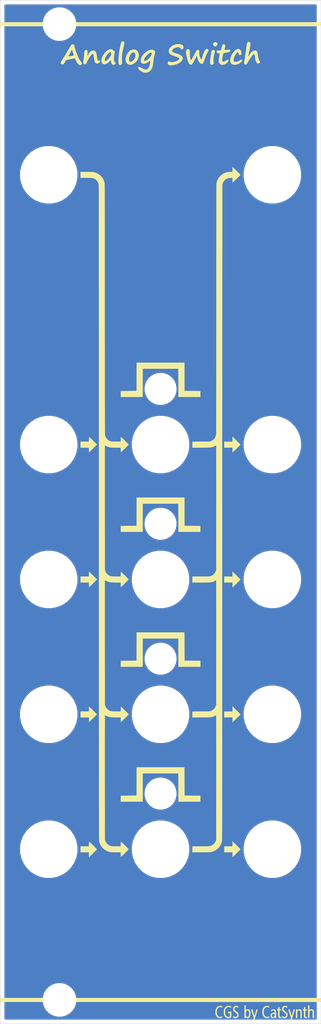
<source format=kicad_pcb>
(kicad_pcb (version 20171130) (host pcbnew "(5.1.9)-1")

  (general
    (thickness 1.6)
    (drawings 4)
    (tracks 0)
    (zones 0)
    (modules 21)
    (nets 1)
  )

  (page A4)
  (layers
    (0 F.Cu signal)
    (31 B.Cu signal)
    (32 B.Adhes user)
    (33 F.Adhes user)
    (34 B.Paste user)
    (35 F.Paste user)
    (36 B.SilkS user)
    (37 F.SilkS user)
    (38 B.Mask user)
    (39 F.Mask user)
    (40 Dwgs.User user)
    (41 Cmts.User user)
    (42 Eco1.User user)
    (43 Eco2.User user)
    (44 Edge.Cuts user)
    (45 Margin user)
    (46 B.CrtYd user)
    (47 F.CrtYd user)
    (48 B.Fab user)
    (49 F.Fab user)
  )

  (setup
    (last_trace_width 0.25)
    (trace_clearance 0.2)
    (zone_clearance 0.508)
    (zone_45_only no)
    (trace_min 0.2)
    (via_size 0.8)
    (via_drill 0.4)
    (via_min_size 0.4)
    (via_min_drill 0.3)
    (uvia_size 0.3)
    (uvia_drill 0.1)
    (uvias_allowed no)
    (uvia_min_size 0.2)
    (uvia_min_drill 0.1)
    (edge_width 0.05)
    (segment_width 0.2)
    (pcb_text_width 0.3)
    (pcb_text_size 1.5 1.5)
    (mod_edge_width 0.12)
    (mod_text_size 1 1)
    (mod_text_width 0.15)
    (pad_size 1.524 1.524)
    (pad_drill 0.762)
    (pad_to_mask_clearance 0)
    (aux_axis_origin 0 0)
    (visible_elements FEFFFF7F)
    (pcbplotparams
      (layerselection 0x010a8_7fffffff)
      (usegerberextensions false)
      (usegerberattributes false)
      (usegerberadvancedattributes true)
      (creategerberjobfile false)
      (excludeedgelayer true)
      (linewidth 0.100000)
      (plotframeref false)
      (viasonmask false)
      (mode 1)
      (useauxorigin false)
      (hpglpennumber 1)
      (hpglpenspeed 20)
      (hpglpendiameter 15.000000)
      (psnegative false)
      (psa4output false)
      (plotreference true)
      (plotvalue true)
      (plotinvisibletext false)
      (padsonsilk false)
      (subtractmaskfromsilk false)
      (outputformat 1)
      (mirror false)
      (drillshape 0)
      (scaleselection 1)
      (outputdirectory "Gerber"))
  )

  (net 0 "")

  (net_class Default "This is the default net class."
    (clearance 0.2)
    (trace_width 0.25)
    (via_dia 0.8)
    (via_drill 0.4)
    (uvia_dia 0.3)
    (uvia_drill 0.1)
  )

  (module Front:Bohrung_3.0mm locked (layer F.Cu) (tedit 61A7356B) (tstamp 6329E850)
    (at 20.15 99.5982)
    (fp_text reference REF** (at 0 2.54) (layer Dwgs.User) hide
      (effects (font (size 1 1) (thickness 0.15)))
    )
    (fp_text value Bohrung_3.0mm (at 0 -3.175) (layer Dwgs.User) hide
      (effects (font (size 1 1) (thickness 0.15)))
    )
    (pad "" np_thru_hole circle (at 0 0) (size 3 3) (drill 3) (layers *.Cu *.Mask))
  )

  (module Front:Bohrung_3.0mm locked (layer F.Cu) (tedit 61A7356B) (tstamp 6329E848)
    (at 20.15 82.6649)
    (fp_text reference REF** (at 0 2.54) (layer Dwgs.User) hide
      (effects (font (size 1 1) (thickness 0.15)))
    )
    (fp_text value Bohrung_3.0mm (at 0 -3.175) (layer Dwgs.User) hide
      (effects (font (size 1 1) (thickness 0.15)))
    )
    (pad "" np_thru_hole circle (at 0 0) (size 3 3) (drill 3) (layers *.Cu *.Mask))
  )

  (module Front:Bohrung_3.0mm locked (layer F.Cu) (tedit 61A7356B) (tstamp 6329E840)
    (at 20.15 65.7316)
    (fp_text reference REF** (at 0 2.54) (layer Dwgs.User) hide
      (effects (font (size 1 1) (thickness 0.15)))
    )
    (fp_text value Bohrung_3.0mm (at 0 -3.175) (layer Dwgs.User) hide
      (effects (font (size 1 1) (thickness 0.15)))
    )
    (pad "" np_thru_hole circle (at 0 0) (size 3 3) (drill 3) (layers *.Cu *.Mask))
  )

  (module Front:Bohrung_3.0mm locked (layer F.Cu) (tedit 61A7356B) (tstamp 6329E82D)
    (at 20.15 48.7983)
    (fp_text reference REF** (at 0 2.54) (layer Dwgs.User) hide
      (effects (font (size 1 1) (thickness 0.15)))
    )
    (fp_text value Bohrung_3.0mm (at 0 -3.175) (layer Dwgs.User) hide
      (effects (font (size 1 1) (thickness 0.15)))
    )
    (pad "" np_thru_hole circle (at 0 0) (size 3 3) (drill 3) (layers *.Cu *.Mask))
  )

  (module Front:Bohrung_6.2mm locked (layer F.Cu) (tedit 61A7356B) (tstamp 6329E7DA)
    (at 6.1 21.9167)
    (fp_text reference REF** (at 0 2.54) (layer Dwgs.User) hide
      (effects (font (size 1 1) (thickness 0.15)))
    )
    (fp_text value Bohrung_6.2mm (at 0 -3.175) (layer Dwgs.User) hide
      (effects (font (size 1 1) (thickness 0.15)))
    )
    (pad "" np_thru_hole circle (at 0 0) (size 6.2 6.2) (drill 6.2) (layers *.Cu *.Mask))
  )

  (module Front:Bohrung_6.2mm locked (layer F.Cu) (tedit 61A7356B) (tstamp 6329E7D2)
    (at 34.2 21.9167)
    (fp_text reference REF** (at 0 2.54) (layer Dwgs.User) hide
      (effects (font (size 1 1) (thickness 0.15)))
    )
    (fp_text value Bohrung_6.2mm (at 0 -3.175) (layer Dwgs.User) hide
      (effects (font (size 1 1) (thickness 0.15)))
    )
    (pad "" np_thru_hole circle (at 0 0) (size 6.2 6.2) (drill 6.2) (layers *.Cu *.Mask))
  )

  (module Front:Bohrung_6.2mm locked (layer F.Cu) (tedit 61A7356B) (tstamp 6329E7A5)
    (at 34.2 106.5832)
    (fp_text reference REF** (at 0 2.54) (layer Dwgs.User) hide
      (effects (font (size 1 1) (thickness 0.15)))
    )
    (fp_text value Bohrung_6.2mm (at 0 -3.175) (layer Dwgs.User) hide
      (effects (font (size 1 1) (thickness 0.15)))
    )
    (pad "" np_thru_hole circle (at 0 0) (size 6.2 6.2) (drill 6.2) (layers *.Cu *.Mask))
  )

  (module Front:Bohrung_6.2mm locked (layer F.Cu) (tedit 61A7356B) (tstamp 6329E79D)
    (at 20.15 106.5832)
    (fp_text reference REF** (at 0 2.54) (layer Dwgs.User) hide
      (effects (font (size 1 1) (thickness 0.15)))
    )
    (fp_text value Bohrung_6.2mm (at 0 -3.175) (layer Dwgs.User) hide
      (effects (font (size 1 1) (thickness 0.15)))
    )
    (pad "" np_thru_hole circle (at 0 0) (size 6.2 6.2) (drill 6.2) (layers *.Cu *.Mask))
  )

  (module Front:Bohrung_6.2mm locked (layer F.Cu) (tedit 61A7356B) (tstamp 6329E795)
    (at 6.1 106.5832)
    (fp_text reference REF** (at 0 2.54) (layer Dwgs.User) hide
      (effects (font (size 1 1) (thickness 0.15)))
    )
    (fp_text value Bohrung_6.2mm (at 0 -3.175) (layer Dwgs.User) hide
      (effects (font (size 1 1) (thickness 0.15)))
    )
    (pad "" np_thru_hole circle (at 0 0) (size 6.2 6.2) (drill 6.2) (layers *.Cu *.Mask))
  )

  (module Front:Bohrung_6.2mm locked (layer F.Cu) (tedit 61A7356B) (tstamp 6329E78D)
    (at 34.2 89.6499)
    (fp_text reference REF** (at 0 2.54) (layer Dwgs.User) hide
      (effects (font (size 1 1) (thickness 0.15)))
    )
    (fp_text value Bohrung_6.2mm (at 0 -3.175) (layer Dwgs.User) hide
      (effects (font (size 1 1) (thickness 0.15)))
    )
    (pad "" np_thru_hole circle (at 0 0) (size 6.2 6.2) (drill 6.2) (layers *.Cu *.Mask))
  )

  (module Front:Bohrung_6.2mm locked (layer F.Cu) (tedit 61A7356B) (tstamp 6329E785)
    (at 20.15 89.6499)
    (fp_text reference REF** (at 0 2.54) (layer Dwgs.User) hide
      (effects (font (size 1 1) (thickness 0.15)))
    )
    (fp_text value Bohrung_6.2mm (at 0 -3.175) (layer Dwgs.User) hide
      (effects (font (size 1 1) (thickness 0.15)))
    )
    (pad "" np_thru_hole circle (at 0 0) (size 6.2 6.2) (drill 6.2) (layers *.Cu *.Mask))
  )

  (module Front:Bohrung_6.2mm locked (layer F.Cu) (tedit 61A7356B) (tstamp 6329E77D)
    (at 6.1 89.6499)
    (fp_text reference REF** (at 0 2.54) (layer Dwgs.User) hide
      (effects (font (size 1 1) (thickness 0.15)))
    )
    (fp_text value Bohrung_6.2mm (at 0 -3.175) (layer Dwgs.User) hide
      (effects (font (size 1 1) (thickness 0.15)))
    )
    (pad "" np_thru_hole circle (at 0 0) (size 6.2 6.2) (drill 6.2) (layers *.Cu *.Mask))
  )

  (module Front:Bohrung_6.2mm locked (layer F.Cu) (tedit 61A7356B) (tstamp 6329E775)
    (at 34.2 72.7166)
    (fp_text reference REF** (at 0 2.54) (layer Dwgs.User) hide
      (effects (font (size 1 1) (thickness 0.15)))
    )
    (fp_text value Bohrung_6.2mm (at 0 -3.175) (layer Dwgs.User) hide
      (effects (font (size 1 1) (thickness 0.15)))
    )
    (pad "" np_thru_hole circle (at 0 0) (size 6.2 6.2) (drill 6.2) (layers *.Cu *.Mask))
  )

  (module Front:Bohrung_6.2mm locked (layer F.Cu) (tedit 61A7356B) (tstamp 6329E76D)
    (at 20.15 72.7166)
    (fp_text reference REF** (at 0 2.54) (layer Dwgs.User) hide
      (effects (font (size 1 1) (thickness 0.15)))
    )
    (fp_text value Bohrung_6.2mm (at 0 -3.175) (layer Dwgs.User) hide
      (effects (font (size 1 1) (thickness 0.15)))
    )
    (pad "" np_thru_hole circle (at 0 0) (size 6.2 6.2) (drill 6.2) (layers *.Cu *.Mask))
  )

  (module Front:Bohrung_6.2mm locked (layer F.Cu) (tedit 61A7356B) (tstamp 6329E765)
    (at 6.1 72.7166)
    (fp_text reference REF** (at 0 2.54) (layer Dwgs.User) hide
      (effects (font (size 1 1) (thickness 0.15)))
    )
    (fp_text value Bohrung_6.2mm (at 0 -3.175) (layer Dwgs.User) hide
      (effects (font (size 1 1) (thickness 0.15)))
    )
    (pad "" np_thru_hole circle (at 0 0) (size 6.2 6.2) (drill 6.2) (layers *.Cu *.Mask))
  )

  (module Front:Bohrung_6.2mm locked (layer F.Cu) (tedit 61A7356B) (tstamp 6329E75D)
    (at 34.2 55.7833)
    (fp_text reference REF** (at 0 2.54) (layer Dwgs.User) hide
      (effects (font (size 1 1) (thickness 0.15)))
    )
    (fp_text value Bohrung_6.2mm (at 0 -3.175) (layer Dwgs.User) hide
      (effects (font (size 1 1) (thickness 0.15)))
    )
    (pad "" np_thru_hole circle (at 0 0) (size 6.2 6.2) (drill 6.2) (layers *.Cu *.Mask))
  )

  (module Front:Bohrung_6.2mm locked (layer F.Cu) (tedit 61A7356B) (tstamp 6329E755)
    (at 20.15 55.7833)
    (fp_text reference REF** (at 0 2.54) (layer Dwgs.User) hide
      (effects (font (size 1 1) (thickness 0.15)))
    )
    (fp_text value Bohrung_6.2mm (at 0 -3.175) (layer Dwgs.User) hide
      (effects (font (size 1 1) (thickness 0.15)))
    )
    (pad "" np_thru_hole circle (at 0 0) (size 6.2 6.2) (drill 6.2) (layers *.Cu *.Mask))
  )

  (module Front:Bohrung_6.2mm locked (layer F.Cu) (tedit 61A7356B) (tstamp 6329E6F0)
    (at 6.1 55.7833)
    (fp_text reference REF** (at 0 2.54) (layer Dwgs.User) hide
      (effects (font (size 1 1) (thickness 0.15)))
    )
    (fp_text value Bohrung_6.2mm (at 0 -3.175) (layer Dwgs.User) hide
      (effects (font (size 1 1) (thickness 0.15)))
    )
    (pad "" np_thru_hole circle (at 0 0) (size 6.2 6.2) (drill 6.2) (layers *.Cu *.Mask))
  )

  (module Front:Bohrung_3.2mm locked (layer F.Cu) (tedit 61A7356B) (tstamp 6329E6A9)
    (at 7.45 3)
    (fp_text reference REF** (at 0 2.54) (layer Dwgs.User) hide
      (effects (font (size 1 1) (thickness 0.15)))
    )
    (fp_text value Bohrung_3.2mm (at 0 -3.175) (layer Dwgs.User) hide
      (effects (font (size 1 1) (thickness 0.15)))
    )
    (pad "" np_thru_hole circle (at 0 0) (size 3.2 3.2) (drill 3.2) (layers *.Cu *.Mask))
  )

  (module Front:Bohrung_3.2mm locked (layer F.Cu) (tedit 61A7356B) (tstamp 6329E6A7)
    (at 7.45 125.5)
    (fp_text reference REF** (at 0 2.54) (layer Dwgs.User) hide
      (effects (font (size 1 1) (thickness 0.15)))
    )
    (fp_text value Bohrung_3.2mm (at 0 -3.175) (layer Dwgs.User) hide
      (effects (font (size 1 1) (thickness 0.15)))
    )
    (pad "" np_thru_hole circle (at 0 0) (size 3.2 3.2) (drill 3.2) (layers *.Cu *.Mask))
  )

  (module Front:Front locked (layer F.Cu) (tedit 0) (tstamp 6329E51F)
    (at 20.15 64.25)
    (fp_text reference G*** (at 0 0) (layer F.SilkS) hide
      (effects (font (size 1.524 1.524) (thickness 0.3)))
    )
    (fp_text value LOGO (at 0.75 0) (layer F.SilkS) hide
      (effects (font (size 1.524 1.524) (thickness 0.3)))
    )
    (fp_poly (pts (xy 12.002542 63.102026) (xy 11.950938 63.26636) (xy 11.901169 63.421491) (xy 11.855126 63.561772)
      (xy 11.8147 63.68156) (xy 11.781784 63.775209) (xy 11.75827 63.837074) (xy 11.750098 63.855372)
      (xy 11.68877 63.941091) (xy 11.61112 63.999709) (xy 11.525968 64.026751) (xy 11.44213 64.017742)
      (xy 11.435292 64.015148) (xy 11.417107 63.988711) (xy 11.408875 63.939021) (xy 11.408834 63.935088)
      (xy 11.412332 63.888307) (xy 11.429498 63.872759) (xy 11.462831 63.876026) (xy 11.525974 63.867667)
      (xy 11.583835 63.818328) (xy 11.635396 63.729148) (xy 11.665224 63.649812) (xy 11.71004 63.510583)
      (xy 11.548681 62.994991) (xy 11.504382 62.854139) (xy 11.463818 62.726477) (xy 11.428807 62.617629)
      (xy 11.40117 62.533217) (xy 11.382728 62.478865) (xy 11.375662 62.460532) (xy 11.387738 62.449932)
      (xy 11.431297 62.443088) (xy 11.471084 62.441667) (xy 11.539354 62.445369) (xy 11.572423 62.457706)
      (xy 11.578167 62.471694) (xy 11.583645 62.507123) (xy 11.598582 62.573273) (xy 11.620731 62.662008)
      (xy 11.647844 62.765189) (xy 11.677676 62.874677) (xy 11.707978 62.982336) (xy 11.736503 63.080027)
      (xy 11.761006 63.159612) (xy 11.779238 63.212952) (xy 11.787927 63.231393) (xy 11.796286 63.239952)
      (xy 11.803412 63.243333) (xy 11.811019 63.236735) (xy 11.820822 63.215354) (xy 11.834534 63.174389)
      (xy 11.85387 63.109039) (xy 11.880545 63.014501) (xy 11.916273 62.885974) (xy 11.933844 62.822667)
      (xy 12.036706 62.45225) (xy 12.208346 62.439468) (xy 12.002542 63.102026)) (layer F.SilkS) (width 0.01))
    (fp_poly (pts (xy 16.680375 63.102026) (xy 16.628771 63.26636) (xy 16.579002 63.421491) (xy 16.532959 63.561772)
      (xy 16.492534 63.68156) (xy 16.459618 63.775209) (xy 16.436103 63.837074) (xy 16.427932 63.855372)
      (xy 16.366603 63.941091) (xy 16.288954 63.999709) (xy 16.203801 64.026751) (xy 16.119963 64.017742)
      (xy 16.113125 64.015148) (xy 16.094941 63.988711) (xy 16.086709 63.939021) (xy 16.086667 63.935088)
      (xy 16.090166 63.888307) (xy 16.107332 63.872759) (xy 16.140664 63.876026) (xy 16.203807 63.867667)
      (xy 16.261668 63.818328) (xy 16.313229 63.729148) (xy 16.343057 63.649812) (xy 16.387873 63.510583)
      (xy 16.226514 62.994991) (xy 16.182216 62.854139) (xy 16.141651 62.726477) (xy 16.10664 62.617629)
      (xy 16.079003 62.533217) (xy 16.060562 62.478865) (xy 16.053495 62.460532) (xy 16.065571 62.449932)
      (xy 16.10913 62.443088) (xy 16.148918 62.441667) (xy 16.217187 62.445369) (xy 16.250257 62.457706)
      (xy 16.256 62.471694) (xy 16.261479 62.507123) (xy 16.276416 62.573273) (xy 16.298564 62.662008)
      (xy 16.325678 62.765189) (xy 16.355509 62.874677) (xy 16.385811 62.982336) (xy 16.414337 63.080027)
      (xy 16.438839 63.159612) (xy 16.457072 63.212952) (xy 16.46576 63.231393) (xy 16.47412 63.239952)
      (xy 16.481245 63.243333) (xy 16.488853 63.236735) (xy 16.498655 63.215354) (xy 16.512367 63.174389)
      (xy 16.531704 63.109039) (xy 16.558378 63.014501) (xy 16.594106 62.885974) (xy 16.611678 62.822667)
      (xy 16.714539 62.45225) (xy 16.80036 62.445859) (xy 16.88618 62.439468) (xy 16.680375 63.102026)) (layer F.SilkS) (width 0.01))
    (fp_poly (pts (xy 7.595013 62.001211) (xy 7.68129 62.020172) (xy 7.735819 62.039242) (xy 7.760854 62.06282)
      (xy 7.767851 62.106154) (xy 7.768167 62.135819) (xy 7.768167 62.225436) (xy 7.689608 62.185385)
      (xy 7.591125 62.152913) (xy 7.481472 62.144523) (xy 7.376755 62.159878) (xy 7.300339 62.193522)
      (xy 7.202867 62.283456) (xy 7.12775 62.404695) (xy 7.077115 62.551354) (xy 7.053091 62.717551)
      (xy 7.055283 62.870975) (xy 7.083548 63.022988) (xy 7.139118 63.159934) (xy 7.217481 63.272282)
      (xy 7.267429 63.319164) (xy 7.319763 63.356146) (xy 7.368253 63.375237) (xy 7.430824 63.381748)
      (xy 7.479095 63.381872) (xy 7.574394 63.373871) (xy 7.654014 63.354748) (xy 7.677157 63.344831)
      (xy 7.731586 63.318186) (xy 7.758352 63.316178) (xy 7.767275 63.343769) (xy 7.768167 63.390816)
      (xy 7.764902 63.4433) (xy 7.747374 63.471915) (xy 7.703984 63.491171) (xy 7.682685 63.497743)
      (xy 7.57547 63.521742) (xy 7.465257 63.532964) (xy 7.369189 63.530132) (xy 7.33425 63.523702)
      (xy 7.204331 63.471012) (xy 7.091276 63.383236) (xy 7.065341 63.355973) (xy 6.982034 63.234129)
      (xy 6.924327 63.087038) (xy 6.892065 62.923047) (xy 6.885093 62.750506) (xy 6.903255 62.577765)
      (xy 6.946396 62.413172) (xy 7.014361 62.265076) (xy 7.087528 62.162915) (xy 7.186933 62.080122)
      (xy 7.311186 62.024002) (xy 7.450481 61.996913) (xy 7.595013 62.001211)) (layer F.SilkS) (width 0.01))
    (fp_poly (pts (xy 8.682979 62.006041) (xy 8.747125 62.019184) (xy 8.847667 62.044525) (xy 8.847667 62.137263)
      (xy 8.845338 62.193211) (xy 8.839462 62.226225) (xy 8.83624 62.23) (xy 8.812046 62.221204)
      (xy 8.764591 62.199061) (xy 8.741834 62.187667) (xy 8.641483 62.153511) (xy 8.531972 62.143547)
      (xy 8.427996 62.157449) (xy 8.344252 62.194893) (xy 8.342033 62.196504) (xy 8.238856 62.294257)
      (xy 8.165668 62.414759) (xy 8.121039 62.561485) (xy 8.103536 62.737911) (xy 8.103161 62.77627)
      (xy 8.117017 62.962002) (xy 8.157299 63.115264) (xy 8.223879 63.235785) (xy 8.31663 63.323294)
      (xy 8.37726 63.356599) (xy 8.467047 63.385538) (xy 8.550669 63.386091) (xy 8.556832 63.385159)
      (xy 8.627742 63.372295) (xy 8.674666 63.355411) (xy 8.702252 63.326555) (xy 8.715144 63.277776)
      (xy 8.717989 63.201123) (xy 8.716103 63.112574) (xy 8.710084 62.89675) (xy 8.588375 62.890402)
      (xy 8.466667 62.884054) (xy 8.466667 62.738) (xy 8.89 62.738) (xy 8.89 63.076179)
      (xy 8.88986 63.210258) (xy 8.887184 63.308638) (xy 8.878587 63.377942) (xy 8.860684 63.424794)
      (xy 8.83009 63.45582) (xy 8.783421 63.477644) (xy 8.717292 63.49689) (xy 8.668595 63.509507)
      (xy 8.56848 63.53207) (xy 8.489991 63.538972) (xy 8.415431 63.530228) (xy 8.339667 63.509809)
      (xy 8.214458 63.449619) (xy 8.110302 63.355383) (xy 8.028812 63.23066) (xy 7.971605 63.079012)
      (xy 7.940293 62.903997) (xy 7.936493 62.709177) (xy 7.9423 62.6336) (xy 7.975773 62.461777)
      (xy 8.037416 62.308706) (xy 8.123732 62.180029) (xy 8.231223 62.08139) (xy 8.31323 62.034969)
      (xy 8.419576 62.004979) (xy 8.547981 61.995149) (xy 8.682979 62.006041)) (layer F.SilkS) (width 0.01))
    (fp_poly (pts (xy 9.64699 62.00822) (xy 9.682595 62.017952) (xy 9.729512 62.036749) (xy 9.751314 62.061783)
      (xy 9.757554 62.108052) (xy 9.757834 62.13608) (xy 9.757834 62.229378) (xy 9.689042 62.187435)
      (xy 9.59517 62.152983) (xy 9.511007 62.145412) (xy 9.441714 62.148696) (xy 9.397 62.163307)
      (xy 9.359334 62.196197) (xy 9.346965 62.210457) (xy 9.311148 62.259365) (xy 9.290919 62.299135)
      (xy 9.289521 62.305707) (xy 9.285687 62.364432) (xy 9.288322 62.407794) (xy 9.297168 62.454845)
      (xy 9.329986 62.527202) (xy 9.400117 62.607361) (xy 9.508975 62.696801) (xy 9.569235 62.739291)
      (xy 9.665297 62.817039) (xy 9.737369 62.900582) (xy 9.748757 62.918578) (xy 9.793598 63.029375)
      (xy 9.807236 63.147001) (xy 9.791662 63.262124) (xy 9.74887 63.365411) (xy 9.680851 63.44753)
      (xy 9.628233 63.483031) (xy 9.551628 63.510809) (xy 9.457261 63.529296) (xy 9.364914 63.535672)
      (xy 9.30275 63.529453) (xy 9.254874 63.514268) (xy 9.193805 63.490738) (xy 9.186334 63.487591)
      (xy 9.140102 63.464121) (xy 9.1186 63.435732) (xy 9.112485 63.386529) (xy 9.11225 63.361588)
      (xy 9.113123 63.305043) (xy 9.115328 63.271321) (xy 9.116602 63.267167) (xy 9.135018 63.277861)
      (xy 9.176198 63.304762) (xy 9.196259 63.31827) (xy 9.298051 63.368819) (xy 9.399212 63.38625)
      (xy 9.492119 63.371945) (xy 9.569147 63.327285) (xy 9.622673 63.25365) (xy 9.628273 63.240005)
      (xy 9.64742 63.145098) (xy 9.628936 63.0576) (xy 9.571234 62.973657) (xy 9.488591 62.901041)
      (xy 9.347307 62.789157) (xy 9.241439 62.691842) (xy 9.172077 62.610184) (xy 9.143228 62.555744)
      (xy 9.125635 62.470801) (xy 9.119857 62.371745) (xy 9.126545 62.280577) (xy 9.13411 62.246938)
      (xy 9.17408 62.16646) (xy 9.237479 62.090268) (xy 9.309929 62.034701) (xy 9.32897 62.025441)
      (xy 9.424537 62.001126) (xy 9.537514 61.995238) (xy 9.64699 62.00822)) (layer F.SilkS) (width 0.01))
    (fp_poly (pts (xy 10.710334 62.571923) (xy 10.774657 62.507599) (xy 10.858931 62.450148) (xy 10.955932 62.425938)
      (xy 11.054774 62.434344) (xy 11.14457 62.474739) (xy 11.204574 62.532308) (xy 11.255354 62.616831)
      (xy 11.2874 62.713885) (xy 11.303288 62.833817) (xy 11.306169 62.940248) (xy 11.294102 63.116013)
      (xy 11.25987 63.26464) (xy 11.204848 63.383222) (xy 11.130415 63.468851) (xy 11.037947 63.518621)
      (xy 11.031384 63.520534) (xy 10.974446 63.534888) (xy 10.933366 63.53805) (xy 10.883477 63.531071)
      (xy 10.865419 63.527608) (xy 10.819361 63.506789) (xy 10.769005 63.468133) (xy 10.764878 63.464105)
      (xy 10.710334 63.40956) (xy 10.710334 63.465363) (xy 10.706135 63.501249) (xy 10.685546 63.517202)
      (xy 10.636574 63.521127) (xy 10.625667 63.521167) (xy 10.541 63.521167) (xy 10.541 62.952963)
      (xy 10.709964 62.952963) (xy 10.711404 63.057554) (xy 10.718123 63.154359) (xy 10.730035 63.230941)
      (xy 10.741963 63.266933) (xy 10.7994 63.345448) (xy 10.867921 63.385305) (xy 10.943018 63.385333)
      (xy 11.020185 63.344357) (xy 11.024797 63.340557) (xy 11.077757 63.281302) (xy 11.113184 63.203754)
      (xy 11.133236 63.100599) (xy 11.140069 62.964526) (xy 11.140109 62.949824) (xy 11.133413 62.818189)
      (xy 11.111918 62.720033) (xy 11.073282 62.648378) (xy 11.023245 62.601701) (xy 10.959216 62.574183)
      (xy 10.893228 62.57221) (xy 10.841847 62.595777) (xy 10.836204 62.601777) (xy 10.790645 62.625337)
      (xy 10.754237 62.622619) (xy 10.71871 62.616655) (xy 10.719352 62.625568) (xy 10.732573 62.637134)
      (xy 10.753506 62.663289) (xy 10.747485 62.697418) (xy 10.738176 62.716833) (xy 10.723265 62.770166)
      (xy 10.713889 62.853021) (xy 10.709964 62.952963) (xy 10.541 62.952963) (xy 10.541 61.933667)
      (xy 10.710334 61.933667) (xy 10.710334 62.571923)) (layer F.SilkS) (width 0.01))
    (fp_poly (pts (xy 13.539326 62.007114) (xy 13.57975 62.018773) (xy 13.627563 62.039052) (xy 13.648045 62.067794)
      (xy 13.652496 62.121457) (xy 13.6525 62.124728) (xy 13.6525 62.206673) (xy 13.579097 62.176003)
      (xy 13.495361 62.153849) (xy 13.397499 62.146445) (xy 13.303607 62.153834) (xy 13.233407 62.175193)
      (xy 13.138868 62.246246) (xy 13.055985 62.351764) (xy 13.013343 62.431083) (xy 12.991405 62.484352)
      (xy 12.977173 62.537419) (xy 12.969109 62.60146) (xy 12.96567 62.687654) (xy 12.965216 62.780333)
      (xy 12.970532 62.929175) (xy 12.987748 63.045823) (xy 13.020079 63.139515) (xy 13.070739 63.21949)
      (xy 13.142942 63.294986) (xy 13.144891 63.296752) (xy 13.236262 63.358093) (xy 13.339169 63.384971)
      (xy 13.457972 63.377614) (xy 13.59703 63.336254) (xy 13.631334 63.322378) (xy 13.652534 63.322371)
      (xy 13.661747 63.351525) (xy 13.663084 63.388626) (xy 13.658503 63.443423) (xy 13.63683 63.473584)
      (xy 13.590255 63.494998) (xy 13.470726 63.524204) (xy 13.340694 63.532386) (xy 13.221541 63.518451)
      (xy 13.206705 63.514605) (xy 13.085201 63.464887) (xy 12.98756 63.387635) (xy 12.915082 63.293655)
      (xy 12.847585 63.153835) (xy 12.804811 62.990269) (xy 12.786897 62.813676) (xy 12.793985 62.634775)
      (xy 12.826213 62.464285) (xy 12.883722 62.312926) (xy 12.901856 62.279688) (xy 12.994823 62.160127)
      (xy 13.112393 62.070263) (xy 13.247227 62.012923) (xy 13.391985 61.990932) (xy 13.539326 62.007114)) (layer F.SilkS) (width 0.01))
    (fp_poly (pts (xy 14.286817 62.434754) (xy 14.35028 62.456217) (xy 14.398771 62.48476) (xy 14.436399 62.517201)
      (xy 14.464657 62.559135) (xy 14.485038 62.616156) (xy 14.499033 62.693861) (xy 14.508136 62.797843)
      (xy 14.513838 62.933697) (xy 14.51719 63.081958) (xy 14.525132 63.521167) (xy 14.428147 63.521167)
      (xy 14.368364 63.518295) (xy 14.342991 63.507841) (xy 14.342957 63.49043) (xy 14.347987 63.446681)
      (xy 14.326506 63.430666) (xy 14.287933 63.447735) (xy 14.279975 63.454665) (xy 14.192783 63.513973)
      (xy 14.09389 63.536051) (xy 13.997476 63.527528) (xy 13.942032 63.499471) (xy 13.886519 63.444779)
      (xy 13.842177 63.377611) (xy 13.820247 63.312126) (xy 13.819591 63.303472) (xy 13.82215 63.215593)
      (xy 13.983611 63.215593) (xy 13.986578 63.282793) (xy 14.004395 63.327262) (xy 14.040295 63.364527)
      (xy 14.104841 63.40627) (xy 14.163649 63.409501) (xy 14.227674 63.37461) (xy 14.231863 63.371358)
      (xy 14.28009 63.327009) (xy 14.310817 63.27801) (xy 14.329672 63.211554) (xy 14.341615 63.121563)
      (xy 14.346169 63.041004) (xy 14.335672 62.994081) (xy 14.303692 62.976087) (xy 14.243798 62.982313)
      (xy 14.17594 63.000261) (xy 14.081391 63.035909) (xy 14.022323 63.081323) (xy 13.991937 63.144114)
      (xy 13.983611 63.215593) (xy 13.82215 63.215593) (xy 13.823425 63.171841) (xy 13.846314 63.072651)
      (xy 13.890506 62.999489) (xy 13.941279 62.956319) (xy 13.987598 62.933877) (xy 14.061037 62.906726)
      (xy 14.147532 62.879951) (xy 14.16838 62.874223) (xy 14.340417 62.828207) (xy 14.336038 62.735479)
      (xy 14.315795 62.646076) (xy 14.268301 62.585469) (xy 14.198782 62.5553) (xy 14.112464 62.557207)
      (xy 14.014573 62.592833) (xy 13.968487 62.620072) (xy 13.885334 62.6751) (xy 13.885334 62.589053)
      (xy 13.8891 62.531867) (xy 13.908125 62.499445) (xy 13.953998 62.474377) (xy 13.964684 62.469852)
      (xy 14.0721 62.437922) (xy 14.184437 62.426048) (xy 14.286817 62.434754)) (layer F.SilkS) (width 0.01))
    (fp_poly (pts (xy 14.937282 62.153466) (xy 14.943988 62.202438) (xy 14.947993 62.275731) (xy 14.95425 62.431083)
      (xy 15.054792 62.437535) (xy 15.115501 62.443316) (xy 15.145047 62.455393) (xy 15.15458 62.481267)
      (xy 15.155334 62.505167) (xy 15.152235 62.542308) (xy 15.135504 62.56136) (xy 15.093988 62.569825)
      (xy 15.054792 62.572798) (xy 14.95425 62.57925) (xy 14.948461 62.943877) (xy 14.946613 63.076633)
      (xy 14.946349 63.173717) (xy 14.948303 63.241782) (xy 14.953115 63.287478) (xy 14.961421 63.317457)
      (xy 14.973858 63.33837) (xy 14.987707 63.35354) (xy 15.03895 63.386598) (xy 15.094038 63.386317)
      (xy 15.137072 63.381788) (xy 15.153128 63.399835) (xy 15.155334 63.437553) (xy 15.13805 63.495073)
      (xy 15.090956 63.529791) (xy 15.021188 63.539571) (xy 14.935882 63.522279) (xy 14.908292 63.511477)
      (xy 14.868775 63.491509) (xy 14.838583 63.466637) (xy 14.816268 63.431125) (xy 14.80038 63.379237)
      (xy 14.789468 63.305238) (xy 14.782084 63.203391) (xy 14.776778 63.06796) (xy 14.774334 62.981417)
      (xy 14.76375 62.57925) (xy 14.705542 62.572552) (xy 14.662956 62.560093) (xy 14.648245 62.526931)
      (xy 14.647334 62.505167) (xy 14.654584 62.459932) (xy 14.684767 62.441122) (xy 14.705542 62.437781)
      (xy 14.737653 62.431445) (xy 14.755776 62.414906) (xy 14.764788 62.377804) (xy 14.769565 62.309782)
      (xy 14.769999 62.300846) (xy 14.775167 62.228093) (xy 14.784655 62.186922) (xy 14.802696 62.166584)
      (xy 14.82624 62.158061) (xy 14.879841 62.142834) (xy 14.908985 62.132946) (xy 14.926292 62.13278)
      (xy 14.937282 62.153466)) (layer F.SilkS) (width 0.01))
    (fp_poly (pts (xy 15.801234 62.007206) (xy 15.842095 62.017952) (xy 15.889012 62.036749) (xy 15.910814 62.061783)
      (xy 15.917054 62.108052) (xy 15.917334 62.13608) (xy 15.917334 62.229378) (xy 15.848542 62.187435)
      (xy 15.75467 62.152983) (xy 15.670507 62.145412) (xy 15.601214 62.148696) (xy 15.5565 62.163307)
      (xy 15.518834 62.196197) (xy 15.506465 62.210457) (xy 15.471076 62.257836) (xy 15.451364 62.294478)
      (xy 15.450047 62.300416) (xy 15.444914 62.341709) (xy 15.44088 62.365403) (xy 15.443778 62.437926)
      (xy 15.480621 62.514681) (xy 15.553408 62.598464) (xy 15.664134 62.692071) (xy 15.685932 62.708464)
      (xy 15.782952 62.783987) (xy 15.850507 62.846064) (xy 15.895968 62.902098) (xy 15.918994 62.942514)
      (xy 15.956354 63.057721) (xy 15.96311 63.176549) (xy 15.941473 63.289737) (xy 15.893654 63.388023)
      (xy 15.821866 63.462148) (xy 15.790334 63.48126) (xy 15.717015 63.507737) (xy 15.625337 63.526464)
      (xy 15.534358 63.534651) (xy 15.463135 63.529506) (xy 15.46225 63.529297) (xy 15.415343 63.514433)
      (xy 15.353446 63.490629) (xy 15.340542 63.485204) (xy 15.290607 63.460247) (xy 15.267693 63.431624)
      (xy 15.261382 63.382797) (xy 15.261167 63.359202) (xy 15.263147 63.303498) (xy 15.268138 63.270784)
      (xy 15.27081 63.267167) (xy 15.292643 63.27797) (xy 15.336044 63.305112) (xy 15.355759 63.31827)
      (xy 15.457964 63.369291) (xy 15.557119 63.386591) (xy 15.647094 63.373541) (xy 15.72176 63.333515)
      (xy 15.774985 63.269883) (xy 15.80064 63.186019) (xy 15.792593 63.085294) (xy 15.790933 63.078893)
      (xy 15.768826 63.021298) (xy 15.731213 62.971207) (xy 15.66832 62.916448) (xy 15.648172 62.901104)
      (xy 15.517826 62.799432) (xy 15.42038 62.712537) (xy 15.351707 62.634673) (xy 15.307679 62.560098)
      (xy 15.284169 62.483065) (xy 15.27705 62.397831) (xy 15.27713 62.384653) (xy 15.295908 62.251334)
      (xy 15.346387 62.141809) (xy 15.426317 62.059711) (xy 15.503953 62.018432) (xy 15.591833 61.999105)
      (xy 15.697967 61.995353) (xy 15.801234 62.007206)) (layer F.SilkS) (width 0.01))
    (fp_poly (pts (xy 18.175782 62.153466) (xy 18.182488 62.202438) (xy 18.186493 62.275731) (xy 18.19275 62.431083)
      (xy 18.293292 62.437535) (xy 18.354001 62.443316) (xy 18.383547 62.455393) (xy 18.39308 62.481267)
      (xy 18.393834 62.505167) (xy 18.390735 62.542308) (xy 18.374004 62.56136) (xy 18.332488 62.569825)
      (xy 18.293292 62.572798) (xy 18.19275 62.57925) (xy 18.186961 62.943877) (xy 18.185113 63.076633)
      (xy 18.184849 63.173717) (xy 18.186803 63.241782) (xy 18.191615 63.287478) (xy 18.199921 63.317457)
      (xy 18.212358 63.33837) (xy 18.226207 63.35354) (xy 18.27745 63.386598) (xy 18.332538 63.386317)
      (xy 18.375785 63.381843) (xy 18.391751 63.400114) (xy 18.393834 63.43578) (xy 18.388898 63.483272)
      (xy 18.377797 63.507412) (xy 18.319804 63.526127) (xy 18.243357 63.530578) (xy 18.170014 63.520321)
      (xy 18.146792 63.512187) (xy 18.10725 63.491812) (xy 18.077048 63.466679) (xy 18.054733 63.431032)
      (xy 18.038852 63.379113) (xy 18.027952 63.305166) (xy 18.02058 63.203434) (xy 18.015283 63.068159)
      (xy 18.012834 62.981417) (xy 18.00225 62.57925) (xy 17.93875 62.568667) (xy 17.8924 62.553426)
      (xy 17.876091 62.521478) (xy 17.87525 62.505167) (xy 17.884268 62.465038) (xy 17.919345 62.445601)
      (xy 17.93875 62.441667) (xy 17.973724 62.433562) (xy 17.993365 62.416935) (xy 18.002957 62.381115)
      (xy 18.007786 62.315432) (xy 18.008499 62.300846) (xy 18.013667 62.228093) (xy 18.023155 62.186922)
      (xy 18.041196 62.166584) (xy 18.06474 62.158061) (xy 18.118341 62.142834) (xy 18.147485 62.132946)
      (xy 18.164792 62.13278) (xy 18.175782 62.153466)) (layer F.SilkS) (width 0.01))
    (fp_poly (pts (xy 17.555174 62.442265) (xy 17.587441 62.453896) (xy 17.632884 62.474935) (xy 17.668266 62.500819)
      (xy 17.694909 62.53681) (xy 17.714132 62.588169) (xy 17.727256 62.660159) (xy 17.735602 62.758041)
      (xy 17.740491 62.887079) (xy 17.743243 63.052534) (xy 17.743499 63.075719) (xy 17.74825 63.52118)
      (xy 17.663584 63.521176) (xy 17.578917 63.521173) (xy 17.58326 63.153498) (xy 17.583503 63.027052)
      (xy 17.581422 62.910076) (xy 17.577348 62.811375) (xy 17.571612 62.739754) (xy 17.566563 62.709619)
      (xy 17.527984 62.633272) (xy 17.468731 62.58652) (xy 17.397885 62.56885) (xy 17.324525 62.579745)
      (xy 17.257734 62.618691) (xy 17.206592 62.685171) (xy 17.189032 62.731046) (xy 17.182238 62.777543)
      (xy 17.176904 62.857373) (xy 17.173374 62.96155) (xy 17.171995 63.081087) (xy 17.172428 63.164003)
      (xy 17.17675 63.521173) (xy 17.092084 63.52117) (xy 17.007417 63.521167) (xy 17.007417 62.621583)
      (xy 17.187334 62.621583) (xy 17.197917 62.632167) (xy 17.2085 62.621583) (xy 17.197917 62.611)
      (xy 17.187334 62.621583) (xy 17.007417 62.621583) (xy 17.007417 62.441667) (xy 17.096711 62.441667)
      (xy 17.153259 62.444931) (xy 17.175404 62.456725) (xy 17.17421 62.472403) (xy 17.16918 62.516152)
      (xy 17.190661 62.532167) (xy 17.229234 62.515098) (xy 17.237192 62.508168) (xy 17.331768 62.445685)
      (xy 17.438183 62.423652) (xy 17.555174 62.442265)) (layer F.SilkS) (width 0.01))
    (fp_poly (pts (xy 18.711334 62.228751) (xy 18.713168 62.366121) (xy 18.718892 62.463006) (xy 18.72884 62.521104)
      (xy 18.743343 62.542115) (xy 18.762736 62.527737) (xy 18.768241 62.519063) (xy 18.80887 62.480625)
      (xy 18.874695 62.44668) (xy 18.948688 62.424768) (xy 18.990741 62.420533) (xy 19.088675 62.438356)
      (xy 19.176096 62.486367) (xy 19.239153 62.556522) (xy 19.245759 62.568667) (xy 19.258515 62.599544)
      (xy 19.268029 62.638179) (xy 19.274751 62.690813) (xy 19.279133 62.763687) (xy 19.281623 62.863044)
      (xy 19.282674 62.995126) (xy 19.282801 63.081958) (xy 19.282834 63.521167) (xy 19.1135 63.521167)
      (xy 19.1135 62.698915) (xy 19.058702 62.633791) (xy 18.992541 62.58248) (xy 18.918348 62.568038)
      (xy 18.84479 62.588431) (xy 18.780533 62.641626) (xy 18.740848 62.708336) (xy 18.72869 62.752578)
      (xy 18.720005 62.821532) (xy 18.714466 62.920087) (xy 18.711747 63.053132) (xy 18.711334 63.15007)
      (xy 18.711334 63.521167) (xy 18.542 63.521167) (xy 18.542 62.621583) (xy 18.7325 62.621583)
      (xy 18.743084 62.632167) (xy 18.753667 62.621583) (xy 18.743084 62.611) (xy 18.7325 62.621583)
      (xy 18.542 62.621583) (xy 18.542 61.933667) (xy 18.711334 61.933667) (xy 18.711334 62.228751)) (layer F.SilkS) (width 0.01))
    (fp_poly (pts (xy -14.689666 61.510333) (xy -20.150666 61.510333) (xy -20.150666 61.002333) (xy -14.689666 61.002333)
      (xy -14.689666 61.510333)) (layer F.SilkS) (width 0.01))
    (fp_poly (pts (xy 20.150667 61.510333) (xy -10.710333 61.510333) (xy -10.710333 61.002333) (xy 20.150667 61.002333)
      (xy 20.150667 61.510333)) (layer F.SilkS) (width 0.01))
    (fp_poly (pts (xy -8.947765 41.395282) (xy -8.901858 41.435695) (xy -8.835298 41.497672) (xy -8.752505 41.576815)
      (xy -8.657897 41.668724) (xy -8.555892 41.768999) (xy -8.450908 41.873241) (xy -8.347366 41.97705)
      (xy -8.249682 42.076026) (xy -8.162277 42.165771) (xy -8.089567 42.241885) (xy -8.035973 42.299968)
      (xy -8.005911 42.33562) (xy -8.001 42.344258) (xy -8.015454 42.364407) (xy -8.055949 42.409653)
      (xy -8.118182 42.475703) (xy -8.197851 42.558265) (xy -8.290653 42.653045) (xy -8.392286 42.755749)
      (xy -8.498447 42.862086) (xy -8.604834 42.967761) (xy -8.707145 43.068482) (xy -8.801077 43.159955)
      (xy -8.882327 43.237887) (xy -8.946594 43.297986) (xy -8.989574 43.335958) (xy -9.006582 43.347662)
      (xy -9.014947 43.341604) (xy -9.006416 43.337125) (xy -8.998029 43.312245) (xy -8.99347 43.248228)
      (xy -8.992844 43.148109) (xy -8.995833 43.026587) (xy -9.006416 42.724917) (xy -10.054183 42.724917)
      (xy -10.054175 42.349578) (xy -10.054166 41.974239) (xy -9.006416 41.962917) (xy -9.000528 41.671875)
      (xy -8.996832 41.54629) (xy -8.991357 41.458936) (xy -8.983655 41.40573) (xy -8.973278 41.382592)
      (xy -8.968601 41.380833) (xy -8.947765 41.395282)) (layer F.SilkS) (width 0.01))
    (fp_poly (pts (xy -4.981222 43.335222) (xy -4.984128 43.347806) (xy -4.995333 43.349333) (xy -5.012756 43.341589)
      (xy -5.009444 43.335222) (xy -4.984324 43.332689) (xy -4.981222 43.335222)) (layer F.SilkS) (width 0.01))
    (fp_poly (pts (xy 9.546165 41.835915) (xy 10.054163 42.343582) (xy 9.573979 42.824107) (xy 9.45698 42.940431)
      (xy 9.349322 43.046015) (xy 9.254666 43.137383) (xy 9.176667 43.211063) (xy 9.118986 43.263579)
      (xy 9.08528 43.291457) (xy 9.078166 43.294974) (xy 9.060876 43.303514) (xy 9.052807 43.322616)
      (xy 9.049343 43.315857) (xy 9.046103 43.272939) (xy 9.043352 43.200036) (xy 9.041352 43.103321)
      (xy 9.040622 43.036404) (xy 9.038167 42.712892) (xy 8.519567 42.718904) (xy 8.000968 42.724917)
      (xy 8.000984 42.349208) (xy 8.001 41.9735) (xy 9.038167 41.9735) (xy 9.038167 41.328247)
      (xy 9.546165 41.835915)) (layer F.SilkS) (width 0.01))
    (fp_poly (pts (xy -9.297461 -42.69886) (xy -9.071036 -42.696977) (xy -8.881774 -42.69414) (xy -8.724506 -42.68978)
      (xy -8.594062 -42.683332) (xy -8.485275 -42.674228) (xy -8.392976 -42.661901) (xy -8.311994 -42.645785)
      (xy -8.237163 -42.625313) (xy -8.163312 -42.599917) (xy -8.085273 -42.56903) (xy -8.075028 -42.564781)
      (xy -7.834633 -42.442536) (xy -7.618886 -42.287736) (xy -7.430591 -42.103825) (xy -7.27255 -41.894252)
      (xy -7.147568 -41.662461) (xy -7.058447 -41.4119) (xy -7.02754 -41.277106) (xy -7.025991 -41.248323)
      (xy -7.024501 -41.178724) (xy -7.023069 -41.068251) (xy -7.021696 -40.916846) (xy -7.02038 -40.724452)
      (xy -7.019122 -40.491012) (xy -7.017923 -40.216468) (xy -7.016781 -39.900762) (xy -7.015697 -39.543838)
      (xy -7.01467 -39.145638) (xy -7.013702 -38.706104) (xy -7.01279 -38.225179) (xy -7.011936 -37.702806)
      (xy -7.01114 -37.138927) (xy -7.010401 -36.533485) (xy -7.009719 -35.886422) (xy -7.009094 -35.197682)
      (xy -7.008526 -34.467205) (xy -7.008015 -33.694936) (xy -7.007562 -32.880816) (xy -7.007165 -32.024788)
      (xy -7.006824 -31.126795) (xy -7.006541 -30.18678) (xy -7.006313 -29.204684) (xy -7.006143 -28.180451)
      (xy -7.006029 -27.114023) (xy -7.005971 -26.005342) (xy -7.005964 -25.539689) (xy -7.00593 -24.496086)
      (xy -7.00584 -23.484801) (xy -7.005695 -22.506203) (xy -7.005496 -21.560661) (xy -7.005243 -20.648542)
      (xy -7.004937 -19.770215) (xy -7.004577 -18.926047) (xy -7.004165 -18.116407) (xy -7.0037 -17.341662)
      (xy -7.003184 -16.602182) (xy -7.002617 -15.898334) (xy -7.001999 -15.230486) (xy -7.001331 -14.599007)
      (xy -7.000613 -14.004264) (xy -6.999846 -13.446626) (xy -6.99903 -12.92646) (xy -6.998166 -12.444136)
      (xy -6.997254 -12.00002) (xy -6.996295 -11.594482) (xy -6.995289 -11.227889) (xy -6.994237 -10.900609)
      (xy -6.993138 -10.613011) (xy -6.991995 -10.365463) (xy -6.990806 -10.158332) (xy -6.989573 -9.991988)
      (xy -6.988296 -9.866797) (xy -6.986976 -9.783129) (xy -6.985613 -9.741351) (xy -6.98533 -9.738015)
      (xy -6.941615 -9.532165) (xy -6.861516 -9.346242) (xy -6.747475 -9.183292) (xy -6.601932 -9.046364)
      (xy -6.427327 -8.938507) (xy -6.304041 -8.887044) (xy -6.261671 -8.873056) (xy -6.220149 -8.862134)
      (xy -6.173638 -8.853881) (xy -6.116301 -8.847904) (xy -6.042298 -8.843807) (xy -5.945794 -8.841196)
      (xy -5.82095 -8.839676) (xy -5.661929 -8.838854) (xy -5.588 -8.838633) (xy -5.005916 -8.837083)
      (xy -5.000028 -9.128125) (xy -4.996332 -9.25371) (xy -4.990857 -9.341064) (xy -4.983155 -9.39427)
      (xy -4.972778 -9.417408) (xy -4.968101 -9.419167) (xy -4.947285 -9.404701) (xy -4.900511 -9.363694)
      (xy -4.831557 -9.299733) (xy -4.744204 -9.216404) (xy -4.642233 -9.117295) (xy -4.529424 -9.005992)
      (xy -4.466165 -8.942915) (xy -3.990265 -8.466663) (xy -4.476309 -7.980275) (xy -4.593965 -7.863471)
      (xy -4.702318 -7.757698) (xy -4.797737 -7.666358) (xy -4.876595 -7.592853) (xy -4.935262 -7.540587)
      (xy -4.970111 -7.51296) (xy -4.978174 -7.509708) (xy -4.984535 -7.535736) (xy -4.990641 -7.595616)
      (xy -4.995859 -7.680869) (xy -4.99955 -7.783014) (xy -4.999956 -7.800306) (xy -5.005916 -8.075083)
      (xy -5.609166 -8.079564) (xy -5.805077 -8.081594) (xy -5.964104 -8.08466) (xy -6.091689 -8.089041)
      (xy -6.193275 -8.09502) (xy -6.274305 -8.102875) (xy -6.340221 -8.112888) (xy -6.368863 -8.118714)
      (xy -6.510981 -8.156985) (xy -6.656047 -8.207797) (xy -6.789419 -8.265405) (xy -6.896459 -8.324066)
      (xy -6.902742 -8.328165) (xy -6.957924 -8.360235) (xy -6.987911 -8.365309) (xy -6.996301 -8.356013)
      (xy -6.997051 -8.333083) (xy -6.997757 -8.269303) (xy -6.998418 -8.166156) (xy -6.999034 -8.025124)
      (xy -6.999603 -7.847692) (xy -7.000125 -7.635342) (xy -7.000599 -7.389557) (xy -7.001023 -7.111821)
      (xy -7.001397 -6.803616) (xy -7.00172 -6.466425) (xy -7.001991 -6.101733) (xy -7.002209 -5.711021)
      (xy -7.002373 -5.295772) (xy -7.002482 -4.857471) (xy -7.002536 -4.3976) (xy -7.002533 -3.917642)
      (xy -7.002472 -3.41908) (xy -7.002353 -2.903398) (xy -7.002175 -2.372078) (xy -7.001936 -1.826604)
      (xy -7.001636 -1.268458) (xy -7.001273 -0.699124) (xy -7.001154 -0.529048) (xy -6.995583 7.27075)
      (xy -6.947172 7.404707) (xy -6.856409 7.59865) (xy -6.735423 7.764836) (xy -6.586731 7.900819)
      (xy -6.412856 8.004153) (xy -6.275648 8.056316) (xy -6.231204 8.068134) (xy -6.181727 8.077323)
      (xy -6.121398 8.08421) (xy -6.044401 8.089119) (xy -5.944918 8.092377) (xy -5.817132 8.094309)
      (xy -5.655224 8.09524) (xy -5.577416 8.095409) (xy -5.005916 8.09625) (xy -5.000028 7.805208)
      (xy -4.996332 7.679623) (xy -4.990857 7.592269) (xy -4.983155 7.539063) (xy -4.972778 7.515925)
      (xy -4.968101 7.514167) (xy -4.947285 7.528633) (xy -4.900511 7.56964) (xy -4.831557 7.633601)
      (xy -4.744204 7.716929) (xy -4.642233 7.816039) (xy -4.529424 7.927342) (xy -4.466165 7.990418)
      (xy -3.990265 8.46667) (xy -4.476309 8.953059) (xy -4.593965 9.069862) (xy -4.702318 9.175635)
      (xy -4.797737 9.266975) (xy -4.876595 9.34048) (xy -4.935262 9.392747) (xy -4.970111 9.420373)
      (xy -4.978174 9.423626) (xy -4.984535 9.397597) (xy -4.990641 9.337717) (xy -4.995859 9.252464)
      (xy -4.99955 9.150319) (xy -4.999956 9.133027) (xy -5.005916 8.85825) (xy -5.609166 8.853769)
      (xy -5.805077 8.851739) (xy -5.964104 8.848674) (xy -6.091689 8.844292) (xy -6.193275 8.838313)
      (xy -6.274305 8.830458) (xy -6.340221 8.820445) (xy -6.368863 8.814619) (xy -6.510981 8.776348)
      (xy -6.656047 8.725537) (xy -6.789419 8.667929) (xy -6.896459 8.609268) (xy -6.902742 8.605168)
      (xy -6.957924 8.573098) (xy -6.987911 8.568024) (xy -6.996301 8.57732) (xy -6.997051 8.60025)
      (xy -6.997757 8.66403) (xy -6.998418 8.767178) (xy -6.999034 8.908209) (xy -6.999603 9.085641)
      (xy -7.000125 9.297991) (xy -7.000599 9.543776) (xy -7.001023 9.821513) (xy -7.001397 10.129718)
      (xy -7.00172 10.466908) (xy -7.001991 10.831601) (xy -7.002209 11.222313) (xy -7.002373 11.637561)
      (xy -7.002482 12.075862) (xy -7.002536 12.535733) (xy -7.002533 13.015691) (xy -7.002472 13.514253)
      (xy -7.002353 14.029935) (xy -7.002175 14.561255) (xy -7.001936 15.106729) (xy -7.001636 15.664875)
      (xy -7.001273 16.234209) (xy -7.001154 16.404285) (xy -6.995583 24.204083) (xy -6.946335 24.340524)
      (xy -6.855096 24.534667) (xy -6.732357 24.701345) (xy -6.58025 24.838465) (xy -6.400906 24.94393)
      (xy -6.2865 24.98935) (xy -6.246712 25.001201) (xy -6.202633 25.01044) (xy -6.148603 25.01739)
      (xy -6.078963 25.022371) (xy -5.988051 25.025705) (xy -5.870207 25.027713) (xy -5.71977 25.028717)
      (xy -5.588 25.028997) (xy -5.005916 25.029583) (xy -5.000028 24.738542) (xy -4.996332 24.612957)
      (xy -4.990857 24.525602) (xy -4.983155 24.472397) (xy -4.972778 24.449258) (xy -4.968101 24.4475)
      (xy -4.947285 24.461966) (xy -4.900511 24.502973) (xy -4.831557 24.566934) (xy -4.744204 24.650263)
      (xy -4.642233 24.749372) (xy -4.529424 24.860675) (xy -4.466165 24.923752) (xy -3.990265 25.400004)
      (xy -4.476309 25.886392) (xy -4.593965 26.003196) (xy -4.702318 26.108969) (xy -4.797737 26.200309)
      (xy -4.876595 26.273813) (xy -4.935262 26.32608) (xy -4.970111 26.353707) (xy -4.978174 26.356959)
      (xy -4.984535 26.330931) (xy -4.990641 26.27105) (xy -4.995859 26.185798) (xy -4.99955 26.083653)
      (xy -4.999956 26.06636) (xy -5.005916 25.791583) (xy -5.598583 25.787499) (xy -5.77115 25.785442)
      (xy -5.931631 25.781871) (xy -6.073682 25.777036) (xy -6.190964 25.771186) (xy -6.277132 25.764573)
      (xy -6.31825 25.759125) (xy -6.474228 25.720863) (xy -6.636181 25.66671) (xy -6.784934 25.603499)
      (xy -6.850498 25.569434) (xy -6.913657 25.535675) (xy -6.963197 25.512612) (xy -6.984957 25.505833)
      (xy -6.987099 25.52411) (xy -6.989097 25.579133) (xy -6.990952 25.671195) (xy -6.992665 25.800587)
      (xy -6.994237 25.967599) (xy -6.995668 26.172525) (xy -6.996958 26.415654) (xy -6.998109 26.697278)
      (xy -6.999121 27.017689) (xy -6.999995 27.377179) (xy -7.00073 27.776037) (xy -7.001329 28.214556)
      (xy -7.001791 28.693027) (xy -7.002116 29.211742) (xy -7.002307 29.770991) (xy -7.002362 30.371066)
      (xy -7.002284 31.012259) (xy -7.002071 31.694861) (xy -7.001726 32.419163) (xy -7.001249 33.185457)
      (xy -7.001153 33.321625) (xy -6.995583 41.137417) (xy -6.946681 41.275) (xy -6.858804 41.463215)
      (xy -6.739733 41.626587) (xy -6.593602 41.761652) (xy -6.424543 41.864947) (xy -6.236687 41.933008)
      (xy -6.138333 41.952549) (xy -6.083812 41.957296) (xy -5.994652 41.961244) (xy -5.87854 41.964224)
      (xy -5.743165 41.966067) (xy -5.596217 41.966604) (xy -5.513916 41.966286) (xy -5.005916 41.962917)
      (xy -5.000028 41.671875) (xy -4.996332 41.54629) (xy -4.990857 41.458936) (xy -4.983155 41.40573)
      (xy -4.972778 41.382592) (xy -4.968101 41.380833) (xy -4.947286 41.395299) (xy -4.900511 41.436307)
      (xy -4.831557 41.500268) (xy -4.744203 41.583598) (xy -4.64223 41.68271) (xy -4.529417 41.794016)
      (xy -4.466107 41.857143) (xy -3.99015 42.333453) (xy -4.481187 42.824489) (xy -4.634714 42.976844)
      (xy -4.759857 43.098448) (xy -4.856972 43.189629) (xy -4.926417 43.250715) (xy -4.968552 43.282035)
      (xy -4.983516 43.284805) (xy -4.988273 43.252688) (xy -4.993 43.187544) (xy -4.997164 43.098675)
      (xy -5.000237 42.995384) (xy -5.000363 42.9895) (xy -5.005916 42.724917) (xy -5.615098 42.720267)
      (xy -5.83176 42.717668) (xy -6.012315 42.712827) (xy -6.162971 42.704757) (xy -6.289938 42.692468)
      (xy -6.399424 42.674972) (xy -6.497637 42.651281) (xy -6.590784 42.620406) (xy -6.685076 42.58136)
      (xy -6.784955 42.534026) (xy -7.017774 42.396095) (xy -7.222872 42.227312) (xy -7.397908 42.030707)
      (xy -7.540543 41.80931) (xy -7.648435 41.566149) (xy -7.713801 41.331675) (xy -7.715098 41.322873)
      (xy -7.716361 41.308822) (xy -7.71759 41.288974) (xy -7.718786 41.262783) (xy -7.71995 41.2297)
      (xy -7.721082 41.18918) (xy -7.722183 41.140675) (xy -7.723252 41.083637) (xy -7.72429 41.01752)
      (xy -7.725299 40.941777) (xy -7.726277 40.85586) (xy -7.727226 40.759222) (xy -7.728146 40.651317)
      (xy -7.729038 40.531596) (xy -7.729902 40.399514) (xy -7.730738 40.254522) (xy -7.731547 40.096074)
      (xy -7.732329 39.923623) (xy -7.733085 39.736621) (xy -7.733815 39.534521) (xy -7.73452 39.316777)
      (xy -7.735199 39.082841) (xy -7.735855 38.832165) (xy -7.736486 38.564204) (xy -7.737094 38.27841)
      (xy -7.737678 37.974235) (xy -7.73824 37.651132) (xy -7.738779 37.308555) (xy -7.739297 36.945956)
      (xy -7.739793 36.562789) (xy -7.740268 36.158505) (xy -7.740723 35.732558) (xy -7.741158 35.284401)
      (xy -7.741573 34.813487) (xy -7.741969 34.319268) (xy -7.742346 33.801198) (xy -7.742705 33.258729)
      (xy -7.743046 32.691314) (xy -7.743369 32.098407) (xy -7.743676 31.479459) (xy -7.743966 30.833924)
      (xy -7.74424 30.161255) (xy -7.744498 29.460904) (xy -7.744741 28.732325) (xy -7.74497 27.97497)
      (xy -7.745184 27.188292) (xy -7.745384 26.371745) (xy -7.745571 25.52478) (xy -7.745745 24.646852)
      (xy -7.745906 23.737412) (xy -7.746055 22.795914) (xy -7.746193 21.82181) (xy -7.746319 20.814554)
      (xy -7.746435 19.773598) (xy -7.74654 18.698395) (xy -7.746635 17.588398) (xy -7.746721 16.44306)
      (xy -7.746798 15.261834) (xy -7.746867 14.044172) (xy -7.746927 12.789528) (xy -7.746979 11.497355)
      (xy -7.747025 10.167104) (xy -7.747063 8.79823) (xy -7.747096 7.390185) (xy -7.747122 5.942422)
      (xy -7.747143 4.454394) (xy -7.747159 2.925554) (xy -7.74717 1.355354) (xy -7.747176 0.101381)
      (xy -7.747192 -1.673737) (xy -7.747225 -3.406727) (xy -7.747276 -5.09779) (xy -7.747345 -6.747131)
      (xy -7.747432 -8.354954) (xy -7.747537 -9.921462) (xy -7.74766 -11.446859) (xy -7.747802 -12.931349)
      (xy -7.747962 -14.375135) (xy -7.748141 -15.778422) (xy -7.748338 -17.141412) (xy -7.748555 -18.46431)
      (xy -7.74879 -19.74732) (xy -7.749044 -20.990645) (xy -7.749317 -22.194488) (xy -7.74961 -23.359054)
      (xy -7.749922 -24.484547) (xy -7.750253 -25.571169) (xy -7.750604 -26.619125) (xy -7.750975 -27.628619)
      (xy -7.751365 -28.599854) (xy -7.751775 -29.533034) (xy -7.752205 -30.428362) (xy -7.752656 -31.286043)
      (xy -7.753127 -32.10628) (xy -7.753618 -32.889277) (xy -7.754129 -33.635237) (xy -7.754661 -34.344365)
      (xy -7.755214 -35.016864) (xy -7.755787 -35.652937) (xy -7.756382 -36.252789) (xy -7.756997 -36.816623)
      (xy -7.757634 -37.344643) (xy -7.758291 -37.837053) (xy -7.75897 -38.294056) (xy -7.759671 -38.715857)
      (xy -7.760393 -39.102658) (xy -7.761137 -39.454663) (xy -7.761903 -39.772077) (xy -7.76269 -40.055103)
      (xy -7.7635 -40.303945) (xy -7.764331 -40.518806) (xy -7.765185 -40.699891) (xy -7.766061 -40.847402)
      (xy -7.76696 -40.961544) (xy -7.767881 -41.042521) (xy -7.768825 -41.090535) (xy -7.76958 -41.105256)
      (xy -7.820858 -41.295111) (xy -7.90783 -41.468947) (xy -8.025762 -41.622322) (xy -8.169919 -41.750793)
      (xy -8.335568 -41.849916) (xy -8.517974 -41.915248) (xy -8.657835 -41.938944) (xy -8.708428 -41.9417)
      (xy -8.794885 -41.944285) (xy -8.910736 -41.946595) (xy -9.049511 -41.948528) (xy -9.204741 -41.94998)
      (xy -9.369955 -41.950848) (xy -9.413875 -41.950966) (xy -10.054166 -41.952333) (xy -10.054169 -42.328042)
      (xy -10.054172 -42.70375) (xy -9.297461 -42.69886)) (layer F.SilkS) (width 0.01))
    (fp_poly (pts (xy 9.546361 -42.830116) (xy 10.054556 -42.323477) (xy 9.574175 -41.842756) (xy 9.456982 -41.726474)
      (xy 9.348867 -41.621103) (xy 9.253525 -41.530095) (xy 9.174654 -41.456906) (xy 9.115948 -41.404987)
      (xy 9.081103 -41.377794) (xy 9.073293 -41.374704) (xy 9.062784 -41.373488) (xy 9.066992 -41.3644)
      (xy 9.066824 -41.334977) (xy 9.059679 -41.32813) (xy 9.05035 -41.342607) (xy 9.043631 -41.398819)
      (xy 9.039558 -41.496246) (xy 9.038167 -41.63437) (xy 9.038167 -41.958316) (xy 8.794531 -41.94485)
      (xy 8.621646 -41.929342) (xy 8.478756 -41.90188) (xy 8.354439 -41.859271) (xy 8.237272 -41.798323)
      (xy 8.210531 -41.78163) (xy 8.066804 -41.666139) (xy 7.943851 -41.521181) (xy 7.847891 -41.35633)
      (xy 7.785144 -41.181161) (xy 7.76957 -41.102684) (xy 7.768796 -41.076278) (xy 7.768034 -41.007884)
      (xy 7.767283 -40.897848) (xy 7.766544 -40.746515) (xy 7.765817 -40.554231) (xy 7.765102 -40.321341)
      (xy 7.764399 -40.04819) (xy 7.763709 -39.735125) (xy 7.763031 -39.382491) (xy 7.762367 -38.990633)
      (xy 7.761715 -38.559896) (xy 7.761076 -38.090627) (xy 7.760451 -37.583171) (xy 7.759839 -37.037873)
      (xy 7.759241 -36.455078) (xy 7.758657 -35.835133) (xy 7.758087 -35.178383) (xy 7.757531 -34.485173)
      (xy 7.756989 -33.755848) (xy 7.756462 -32.990755) (xy 7.75595 -32.190239) (xy 7.755453 -31.354645)
      (xy 7.754971 -30.484319) (xy 7.754504 -29.579607) (xy 7.754053 -28.640853) (xy 7.753617 -27.668403)
      (xy 7.753197 -26.662604) (xy 7.752794 -25.623799) (xy 7.752406 -24.552336) (xy 7.752035 -23.448559)
      (xy 7.75168 -22.312814) (xy 7.751342 -21.145446) (xy 7.751021 -19.946801) (xy 7.750717 -18.717225)
      (xy 7.75043 -17.457062) (xy 7.750161 -16.166659) (xy 7.749909 -14.846361) (xy 7.749675 -13.496513)
      (xy 7.749459 -12.117461) (xy 7.749261 -10.709551) (xy 7.749082 -9.273127) (xy 7.748921 -7.808536)
      (xy 7.748779 -6.316123) (xy 7.748655 -4.796234) (xy 7.748551 -3.249213) (xy 7.748465 -1.675407)
      (xy 7.748399 -0.075161) (xy 7.748393 0.101381) (xy 7.748338 1.704241) (xy 7.748279 3.265314)
      (xy 7.748217 4.785148) (xy 7.748151 6.264291) (xy 7.748081 7.703288) (xy 7.748006 9.102687)
      (xy 7.747926 10.463036) (xy 7.74784 11.784881) (xy 7.747747 13.068769) (xy 7.747648 14.315248)
      (xy 7.747542 15.524865) (xy 7.747428 16.698167) (xy 7.747307 17.8357) (xy 7.747177 18.938013)
      (xy 7.747037 20.005651) (xy 7.746889 21.039163) (xy 7.74673 22.039095) (xy 7.746562 23.005994)
      (xy 7.746382 23.940408) (xy 7.746191 24.842883) (xy 7.745989 25.713967) (xy 7.745774 26.554207)
      (xy 7.745547 27.36415) (xy 7.745306 28.144343) (xy 7.745052 28.895332) (xy 7.744785 29.617666)
      (xy 7.744502 30.311892) (xy 7.744205 30.978555) (xy 7.743892 31.618204) (xy 7.743564 32.231386)
      (xy 7.743219 32.818648) (xy 7.742857 33.380536) (xy 7.742478 33.917598) (xy 7.742082 34.430381)
      (xy 7.741667 34.919433) (xy 7.741234 35.385299) (xy 7.740782 35.828528) (xy 7.74031 36.249666)
      (xy 7.739818 36.649261) (xy 7.739306 37.027859) (xy 7.738773 37.386008) (xy 7.738219 37.724255)
      (xy 7.737643 38.043146) (xy 7.737044 38.34323) (xy 7.736423 38.625053) (xy 7.735779 38.889162)
      (xy 7.735111 39.136104) (xy 7.734418 39.366427) (xy 7.733702 39.580677) (xy 7.73296 39.779402)
      (xy 7.732193 39.963148) (xy 7.7314 40.132464) (xy 7.73058 40.287895) (xy 7.729734 40.429989)
      (xy 7.72886 40.559294) (xy 7.727959 40.676355) (xy 7.727029 40.781721) (xy 7.726071 40.875938)
      (xy 7.725083 40.959554) (xy 7.724066 41.033116) (xy 7.723019 41.09717) (xy 7.721941 41.152264)
      (xy 7.720832 41.198945) (xy 7.719692 41.23776) (xy 7.71852 41.269256) (xy 7.717316 41.29398)
      (xy 7.716079 41.31248) (xy 7.714808 41.325302) (xy 7.713802 41.331675) (xy 7.639937 41.587798)
      (xy 7.529517 41.826152) (xy 7.385769 42.043418) (xy 7.211923 42.236276) (xy 7.011207 42.401408)
      (xy 6.786849 42.535492) (xy 6.542078 42.635211) (xy 6.410385 42.671774) (xy 6.367387 42.68137)
      (xy 6.324005 42.689468) (xy 6.276273 42.696214) (xy 6.220224 42.701756) (xy 6.151893 42.706242)
      (xy 6.067314 42.709818) (xy 5.962519 42.712632) (xy 5.833544 42.714831) (xy 5.676422 42.716562)
      (xy 5.487187 42.717972) (xy 5.261872 42.719209) (xy 5.113925 42.719902) (xy 4.000498 42.724917)
      (xy 4.000499 42.349208) (xy 4.0005 41.9735) (xy 4.979459 41.972376) (xy 5.183959 41.971893)
      (xy 5.379429 41.970958) (xy 5.560964 41.969628) (xy 5.723657 41.96796) (xy 5.862603 41.966011)
      (xy 5.972897 41.963837) (xy 6.049634 41.961496) (xy 6.083275 41.959569) (xy 6.283713 41.920456)
      (xy 6.467833 41.843964) (xy 6.631794 41.733167) (xy 6.771756 41.59114) (xy 6.883879 41.420955)
      (xy 6.951711 41.264417) (xy 6.995584 41.137417) (xy 7.001155 33.338838) (xy 7.001518 32.76664)
      (xy 7.001786 32.205243) (xy 7.001961 31.656129) (xy 7.002043 31.120777) (xy 7.002037 30.600668)
      (xy 7.001943 30.097283) (xy 7.001764 29.612102) (xy 7.001502 29.146606) (xy 7.001159 28.702276)
      (xy 7.000738 28.280591) (xy 7.00024 27.883034) (xy 6.999667 27.511083) (xy 6.999022 27.16622)
      (xy 6.998307 26.849926) (xy 6.997523 26.563681) (xy 6.996674 26.308965) (xy 6.995761 26.087259)
      (xy 6.994785 25.900045) (xy 6.993751 25.748801) (xy 6.992659 25.63501) (xy 6.991511 25.560151)
      (xy 6.99031 25.525705) (xy 6.989944 25.523477) (xy 6.965131 25.525256) (xy 6.911832 25.543572)
      (xy 6.838925 25.575066) (xy 6.786147 25.600553) (xy 6.710763 25.637706) (xy 6.641413 25.669428)
      (xy 6.574097 25.696164) (xy 6.504814 25.718357) (xy 6.429564 25.736453) (xy 6.344346 25.750895)
      (xy 6.245161 25.762127) (xy 6.128007 25.770595) (xy 5.988885 25.776741) (xy 5.823794 25.781012)
      (xy 5.628734 25.78385) (xy 5.399704 25.7857) (xy 5.132705 25.787008) (xy 5.106458 25.787115)
      (xy 4.000498 25.791583) (xy 4.0005 25.040167) (xy 4.979459 25.039043) (xy 5.183959 25.03856)
      (xy 5.379429 25.037625) (xy 5.560964 25.036295) (xy 5.723657 25.034627) (xy 5.862603 25.032677)
      (xy 5.972897 25.030504) (xy 6.049634 25.028163) (xy 6.083275 25.026235) (xy 6.285088 24.987158)
      (xy 6.469219 24.910836) (xy 6.632488 24.799795) (xy 6.771714 24.656562) (xy 6.883719 24.483663)
      (xy 6.946336 24.340524) (xy 6.995584 24.204083) (xy 7.001155 16.405504) (xy 7.001551 15.779482)
      (xy 7.001835 15.171278) (xy 7.002009 14.582092) (xy 7.002074 14.013119) (xy 7.002033 13.465557)
      (xy 7.001888 12.940604) (xy 7.001641 12.439458) (xy 7.001294 11.963314) (xy 7.000848 11.513371)
      (xy 7.000307 11.090826) (xy 6.999671 10.696876) (xy 6.998943 10.332719) (xy 6.998126 9.999551)
      (xy 6.99722 9.698571) (xy 6.996228 9.430976) (xy 6.995153 9.197962) (xy 6.993996 9.000727)
      (xy 6.992759 8.84047) (xy 6.991444 8.718386) (xy 6.990053 8.635673) (xy 6.988589 8.593529)
      (xy 6.98787 8.58807) (xy 6.959936 8.587437) (xy 6.906261 8.607302) (xy 6.853409 8.634458)
      (xy 6.713855 8.702183) (xy 6.551709 8.763317) (xy 6.386711 8.81081) (xy 6.31825 8.825578)
      (xy 6.261874 8.831932) (xy 6.164245 8.837562) (xy 6.026438 8.842441) (xy 5.849526 8.846545)
      (xy 5.634585 8.849848) (xy 5.382689 8.852327) (xy 5.095874 8.853952) (xy 4.000499 8.85825)
      (xy 4.000543 8.09625) (xy 5.085313 8.095404) (xy 5.328247 8.095151) (xy 5.532688 8.094711)
      (xy 5.702477 8.093942) (xy 5.841455 8.092704) (xy 5.953462 8.090856) (xy 6.04234 8.088258)
      (xy 6.111928 8.084769) (xy 6.166068 8.080248) (xy 6.208601 8.074555) (xy 6.243366 8.067549)
      (xy 6.274205 8.05909) (xy 6.299289 8.050959) (xy 6.488725 7.965518) (xy 6.653646 7.846394)
      (xy 6.791593 7.696038) (xy 6.900111 7.516898) (xy 6.946979 7.405281) (xy 6.995584 7.27075)
      (xy 7.001155 -0.527829) (xy 7.001551 -1.153852) (xy 7.001835 -1.762055) (xy 7.002009 -2.351242)
      (xy 7.002074 -2.920215) (xy 7.002033 -3.467776) (xy 7.001888 -3.992729) (xy 7.001641 -4.493876)
      (xy 7.001294 -4.970019) (xy 7.000848 -5.419962) (xy 7.000307 -5.842508) (xy 6.999671 -6.236457)
      (xy 6.998943 -6.600615) (xy 6.998126 -6.933782) (xy 6.99722 -7.234762) (xy 6.996228 -7.502358)
      (xy 6.995153 -7.735371) (xy 6.993996 -7.932606) (xy 6.992759 -8.092864) (xy 6.991444 -8.214948)
      (xy 6.990053 -8.29766) (xy 6.988589 -8.339805) (xy 6.98787 -8.345264) (xy 6.959936 -8.345897)
      (xy 6.906261 -8.326031) (xy 6.853409 -8.298876) (xy 6.713855 -8.231151) (xy 6.551709 -8.170017)
      (xy 6.386711 -8.122523) (xy 6.31825 -8.107756) (xy 6.261874 -8.101401) (xy 6.164245 -8.095771)
      (xy 6.026438 -8.090892) (xy 5.849526 -8.086788) (xy 5.634585 -8.083485) (xy 5.382689 -8.081006)
      (xy 5.095874 -8.079382) (xy 4.000499 -8.075083) (xy 4.000543 -8.837083) (xy 5.085313 -8.837457)
      (xy 5.327332 -8.837571) (xy 5.530866 -8.837835) (xy 5.69976 -8.838405) (xy 5.837862 -8.839436)
      (xy 5.949019 -8.841082) (xy 6.037079 -8.8435) (xy 6.105889 -8.846844) (xy 6.159295 -8.851269)
      (xy 6.201145 -8.856931) (xy 6.235287 -8.863984) (xy 6.265567 -8.872584) (xy 6.295832 -8.882886)
      (xy 6.306525 -8.886704) (xy 6.499276 -8.976618) (xy 6.663485 -9.096769) (xy 6.79702 -9.244484)
      (xy 6.89775 -9.417086) (xy 6.963545 -9.6119) (xy 6.985436 -9.73894) (xy 6.986787 -9.77196)
      (xy 6.988097 -9.846907) (xy 6.989365 -9.963373) (xy 6.990591 -10.120952) (xy 6.991774 -10.319237)
      (xy 6.992914 -10.55782) (xy 6.99401 -10.836296) (xy 6.995061 -11.154257) (xy 6.996068 -11.511296)
      (xy 6.997029 -11.907006) (xy 6.997944 -12.340981) (xy 6.998813 -12.812814) (xy 6.999635 -13.322097)
      (xy 7.000409 -13.868425) (xy 7.001135 -14.451389) (xy 7.001813 -15.070583) (xy 7.002441 -15.725601)
      (xy 7.00302 -16.416035) (xy 7.003548 -17.141479) (xy 7.004026 -17.901525) (xy 7.004452 -18.695767)
      (xy 7.004827 -19.523798) (xy 7.00515 -20.385211) (xy 7.005419 -21.279599) (xy 7.005635 -22.206555)
      (xy 7.005798 -23.165672) (xy 7.005906 -24.156544) (xy 7.005958 -25.178764) (xy 7.005964 -25.539689)
      (xy 7.005999 -26.665668) (xy 7.00609 -27.749371) (xy 7.006237 -28.790856) (xy 7.006441 -29.790179)
      (xy 7.006702 -30.747399) (xy 7.007019 -31.662573) (xy 7.007393 -32.535758) (xy 7.007823 -33.367011)
      (xy 7.008311 -34.156391) (xy 7.008855 -34.903955) (xy 7.009457 -35.609759) (xy 7.010115 -36.273862)
      (xy 7.010831 -36.89632) (xy 7.011604 -37.477192) (xy 7.012434 -38.016535) (xy 7.013322 -38.514406)
      (xy 7.014267 -38.970862) (xy 7.01527 -39.385961) (xy 7.016331 -39.759761) (xy 7.017449 -40.092318)
      (xy 7.018625 -40.383691) (xy 7.019859 -40.633936) (xy 7.021151 -40.843111) (xy 7.022501 -41.011274)
      (xy 7.023909 -41.138482) (xy 7.025375 -41.224793) (xy 7.0269 -41.270263) (xy 7.02754 -41.277106)
      (xy 7.097148 -41.535865) (xy 7.204067 -41.777698) (xy 7.345465 -41.999121) (xy 7.518511 -42.196653)
      (xy 7.720373 -42.36681) (xy 7.948222 -42.506112) (xy 8.074156 -42.564418) (xy 8.257686 -42.629463)
      (xy 8.444353 -42.670977) (xy 8.647719 -42.691428) (xy 8.789459 -42.694611) (xy 9.038167 -42.694188)
      (xy 9.038167 -43.336754) (xy 9.546361 -42.830116)) (layer F.SilkS) (width 0.01))
    (fp_poly (pts (xy -8.995833 41.349083) (xy -9.006416 41.359667) (xy -9.017 41.349083) (xy -9.006416 41.3385)
      (xy -8.995833 41.349083)) (layer F.SilkS) (width 0.01))
    (fp_poly (pts (xy -4.995333 41.349083) (xy -5.005916 41.359667) (xy -5.0165 41.349083) (xy -5.005916 41.3385)
      (xy -4.995333 41.349083)) (layer F.SilkS) (width 0.01))
    (fp_poly (pts (xy 3.010838 33.819042) (xy 3.01625 35.59175) (xy 4.011084 35.602333) (xy 5.005917 35.612917)
      (xy 5.005917 36.364361) (xy 2.243909 36.364333) (xy 2.238496 34.591625) (xy 2.233084 32.818917)
      (xy -2.233083 32.818917) (xy -2.238496 34.591625) (xy -2.243908 36.364333) (xy -5.005916 36.364361)
      (xy -5.005916 35.612917) (xy -4.011083 35.602333) (xy -3.01625 35.59175) (xy -3.010837 33.819042)
      (xy -3.005425 32.046333) (xy 3.005425 32.046333) (xy 3.010838 33.819042)) (layer F.SilkS) (width 0.01))
    (fp_poly (pts (xy -8.981722 26.401889) (xy -8.984628 26.414472) (xy -8.995833 26.416) (xy -9.013256 26.408255)
      (xy -9.009944 26.401889) (xy -8.984824 26.399355) (xy -8.981722 26.401889)) (layer F.SilkS) (width 0.01))
    (fp_poly (pts (xy -4.995333 26.405417) (xy -5.005916 26.416) (xy -5.0165 26.405417) (xy -5.005916 26.394833)
      (xy -4.995333 26.405417)) (layer F.SilkS) (width 0.01))
    (fp_poly (pts (xy 9.546165 24.902581) (xy 10.054163 25.410249) (xy 9.573979 25.890774) (xy 9.45681 26.007031)
      (xy 9.34872 26.112376) (xy 9.253404 26.203356) (xy 9.17456 26.276516) (xy 9.115885 26.328401)
      (xy 9.081074 26.355558) (xy 9.073293 26.358629) (xy 9.062784 26.359845) (xy 9.066992 26.368933)
      (xy 9.066824 26.398357) (xy 9.059679 26.405203) (xy 9.050325 26.390749) (xy 9.043597 26.334572)
      (xy 9.039532 26.237203) (xy 9.038167 26.099173) (xy 9.038167 25.779559) (xy 8.519567 25.785571)
      (xy 8.000968 25.791583) (xy 8.001 25.040167) (xy 9.038167 25.040167) (xy 9.038167 24.394914)
      (xy 9.546165 24.902581)) (layer F.SilkS) (width 0.01))
    (fp_poly (pts (xy -8.947786 24.461966) (xy -8.901011 24.502973) (xy -8.832057 24.566935) (xy -8.744703 24.650265)
      (xy -8.64273 24.749376) (xy -8.529917 24.860682) (xy -8.466607 24.92381) (xy -7.99065 25.400119)
      (xy -8.481687 25.891156) (xy -8.635214 26.043511) (xy -8.760357 26.165115) (xy -8.857472 26.256296)
      (xy -8.926917 26.317382) (xy -8.969052 26.348702) (xy -8.984016 26.351471) (xy -8.988773 26.319355)
      (xy -8.9935 26.254211) (xy -8.997664 26.165342) (xy -9.000737 26.062051) (xy -9.000863 26.056167)
      (xy -9.006416 25.791583) (xy -10.054183 25.791583) (xy -10.054183 25.029583) (xy -9.006416 25.029583)
      (xy -9.000528 24.738542) (xy -8.996832 24.612957) (xy -8.991357 24.525602) (xy -8.983655 24.472397)
      (xy -8.973278 24.449258) (xy -8.968601 24.4475) (xy -8.947786 24.461966)) (layer F.SilkS) (width 0.01))
    (fp_poly (pts (xy -8.995833 24.41575) (xy -9.006416 24.426333) (xy -9.017 24.41575) (xy -9.006416 24.405167)
      (xy -8.995833 24.41575)) (layer F.SilkS) (width 0.01))
    (fp_poly (pts (xy -4.995333 24.41575) (xy -5.005916 24.426333) (xy -5.0165 24.41575) (xy -5.005916 24.405167)
      (xy -4.995333 24.41575)) (layer F.SilkS) (width 0.01))
    (fp_poly (pts (xy 3.010838 16.885708) (xy 3.01625 18.658417) (xy 4.011084 18.669) (xy 5.005917 18.679583)
      (xy 5.005917 19.431028) (xy 2.243909 19.431) (xy 2.238496 17.658292) (xy 2.233084 15.885583)
      (xy -2.233083 15.885583) (xy -2.238496 17.658292) (xy -2.243908 19.431) (xy -5.005916 19.431028)
      (xy -5.005916 18.679583) (xy -3.01625 18.658417) (xy -3.010837 16.885708) (xy -3.005425 15.113)
      (xy 3.005425 15.113) (xy 3.010838 16.885708)) (layer F.SilkS) (width 0.01))
    (fp_poly (pts (xy -8.981722 9.468555) (xy -8.984628 9.481139) (xy -8.995833 9.482667) (xy -9.013256 9.474922)
      (xy -9.009944 9.468555) (xy -8.984824 9.466022) (xy -8.981722 9.468555)) (layer F.SilkS) (width 0.01))
    (fp_poly (pts (xy -4.995333 9.472083) (xy -5.005916 9.482667) (xy -5.0165 9.472083) (xy -5.005916 9.4615)
      (xy -4.995333 9.472083)) (layer F.SilkS) (width 0.01))
    (fp_poly (pts (xy 9.546165 7.969248) (xy 10.054163 8.476916) (xy 9.573979 8.957441) (xy 9.45681 9.073698)
      (xy 9.34872 9.179043) (xy 9.253404 9.270023) (xy 9.17456 9.343182) (xy 9.115885 9.395068)
      (xy 9.081074 9.422225) (xy 9.073293 9.425296) (xy 9.062784 9.426512) (xy 9.066992 9.4356)
      (xy 9.066824 9.465023) (xy 9.059679 9.47187) (xy 9.050325 9.457416) (xy 9.043597 9.401239)
      (xy 9.039532 9.30387) (xy 9.038167 9.16584) (xy 9.038167 8.846225) (xy 8.519567 8.852238)
      (xy 8.000968 8.85825) (xy 8.000968 8.09625) (xy 8.519567 8.102262) (xy 9.038167 8.108274)
      (xy 9.038167 7.461581) (xy 9.546165 7.969248)) (layer F.SilkS) (width 0.01))
    (fp_poly (pts (xy -8.947786 7.528633) (xy -8.901011 7.56964) (xy -8.832057 7.633602) (xy -8.744703 7.716932)
      (xy -8.64273 7.816043) (xy -8.529917 7.927349) (xy -8.466607 7.990476) (xy -7.99065 8.466786)
      (xy -8.481687 8.957823) (xy -8.635214 9.110178) (xy -8.760357 9.231782) (xy -8.857472 9.322962)
      (xy -8.926917 9.384049) (xy -8.969052 9.415368) (xy -8.984016 9.418138) (xy -8.988773 9.386022)
      (xy -8.9935 9.320878) (xy -8.997664 9.232009) (xy -9.000737 9.128717) (xy -9.000863 9.122833)
      (xy -9.006416 8.85825) (xy -10.054183 8.85825) (xy -10.054183 8.09625) (xy -9.006416 8.09625)
      (xy -9.000528 7.805208) (xy -8.996832 7.679623) (xy -8.991357 7.592269) (xy -8.983655 7.539063)
      (xy -8.973278 7.515925) (xy -8.968601 7.514167) (xy -8.947786 7.528633)) (layer F.SilkS) (width 0.01))
    (fp_poly (pts (xy -8.995833 7.482417) (xy -9.006416 7.493) (xy -9.017 7.482417) (xy -9.006416 7.471833)
      (xy -8.995833 7.482417)) (layer F.SilkS) (width 0.01))
    (fp_poly (pts (xy -4.995333 7.482417) (xy -5.005916 7.493) (xy -5.0165 7.482417) (xy -5.005916 7.471833)
      (xy -4.995333 7.482417)) (layer F.SilkS) (width 0.01))
    (fp_poly (pts (xy 3.010838 -0.047625) (xy 3.01625 1.725083) (xy 4.011084 1.735667) (xy 5.005917 1.74625)
      (xy 5.005917 2.497694) (xy 3.624913 2.49768) (xy 2.243909 2.497667) (xy 2.238496 0.724958)
      (xy 2.233084 -1.04775) (xy -2.233083 -1.04775) (xy -2.238496 0.724958) (xy -2.243908 2.497667)
      (xy -3.624912 2.49768) (xy -5.005916 2.497694) (xy -5.005916 1.74625) (xy -4.011083 1.735667)
      (xy -3.01625 1.725083) (xy -3.010837 -0.047625) (xy -3.005425 -1.820333) (xy 3.005425 -1.820333)
      (xy 3.010838 -0.047625)) (layer F.SilkS) (width 0.01))
    (fp_poly (pts (xy -8.995833 -7.46125) (xy -9.006416 -7.450667) (xy -9.017 -7.46125) (xy -9.006416 -7.471833)
      (xy -8.995833 -7.46125)) (layer F.SilkS) (width 0.01))
    (fp_poly (pts (xy -4.995333 -7.46125) (xy -5.005916 -7.450667) (xy -5.0165 -7.46125) (xy -5.005916 -7.471833)
      (xy -4.995333 -7.46125)) (layer F.SilkS) (width 0.01))
    (fp_poly (pts (xy 9.546165 -8.964085) (xy 10.054163 -8.456418) (xy 9.573979 -7.975893) (xy 9.45681 -7.859636)
      (xy 9.34872 -7.75429) (xy 9.253404 -7.663311) (xy 9.17456 -7.590151) (xy 9.115885 -7.538265)
      (xy 9.081074 -7.511108) (xy 9.073293 -7.508038) (xy 9.062784 -7.506821) (xy 9.066992 -7.497733)
      (xy 9.066824 -7.46831) (xy 9.059679 -7.461464) (xy 9.050325 -7.475918) (xy 9.043597 -7.532095)
      (xy 9.039532 -7.629464) (xy 9.038167 -7.767494) (xy 9.038167 -8.087108) (xy 8.519567 -8.081096)
      (xy 8.000968 -8.075083) (xy 8.000968 -8.837083) (xy 8.519567 -8.831071) (xy 9.038167 -8.825059)
      (xy 9.038167 -9.471753) (xy 9.546165 -8.964085)) (layer F.SilkS) (width 0.01))
    (fp_poly (pts (xy -8.947786 -9.404701) (xy -8.901011 -9.363693) (xy -8.832057 -9.299732) (xy -8.744703 -9.216402)
      (xy -8.64273 -9.11729) (xy -8.529917 -9.005984) (xy -8.466607 -8.942857) (xy -7.99065 -8.466547)
      (xy -8.481687 -7.975511) (xy -8.635214 -7.823156) (xy -8.760357 -7.701552) (xy -8.857472 -7.610371)
      (xy -8.926917 -7.549285) (xy -8.969052 -7.517965) (xy -8.984016 -7.515195) (xy -8.988773 -7.547312)
      (xy -8.9935 -7.612456) (xy -8.997664 -7.701325) (xy -9.000737 -7.804616) (xy -9.000863 -7.8105)
      (xy -9.006416 -8.075083) (xy -10.054183 -8.075083) (xy -10.054183 -8.837083) (xy -9.006416 -8.837083)
      (xy -9.000528 -9.128125) (xy -8.996832 -9.25371) (xy -8.991357 -9.341064) (xy -8.983655 -9.39427)
      (xy -8.973278 -9.417408) (xy -8.968601 -9.419167) (xy -8.947786 -9.404701)) (layer F.SilkS) (width 0.01))
    (fp_poly (pts (xy -8.995833 -9.450917) (xy -9.006416 -9.440333) (xy -9.017 -9.450917) (xy -9.006416 -9.4615)
      (xy -8.995833 -9.450917)) (layer F.SilkS) (width 0.01))
    (fp_poly (pts (xy -4.995333 -9.450917) (xy -5.005916 -9.440333) (xy -5.0165 -9.450917) (xy -5.005916 -9.4615)
      (xy -4.995333 -9.450917)) (layer F.SilkS) (width 0.01))
    (fp_poly (pts (xy 3.010838 -16.980958) (xy 3.01625 -15.20825) (xy 4.011084 -15.197667) (xy 5.005917 -15.187083)
      (xy 5.005917 -14.435639) (xy 2.243909 -14.435667) (xy 2.238496 -16.208375) (xy 2.233084 -17.981083)
      (xy -2.233083 -17.981083) (xy -2.238496 -16.208375) (xy -2.243908 -14.435667) (xy -5.005916 -14.435639)
      (xy -5.005916 -15.187083) (xy -4.011083 -15.197667) (xy -3.01625 -15.20825) (xy -3.010837 -16.980958)
      (xy -3.005425 -18.753667) (xy 3.005425 -18.753667) (xy 3.010838 -16.980958)) (layer F.SilkS) (width 0.01))
    (fp_poly (pts (xy -1.008415 -58.024055) (xy -0.886659 -57.987828) (xy -0.7873 -57.924233) (xy -0.715116 -57.834394)
      (xy -0.68934 -57.776015) (xy -0.675972 -57.72869) (xy -0.673551 -57.685969) (xy -0.683451 -57.633914)
      (xy -0.707042 -57.558586) (xy -0.712269 -57.543181) (xy -0.743746 -57.447915) (xy -0.769912 -57.360211)
      (xy -0.792216 -57.272662) (xy -0.812105 -57.177864) (xy -0.831027 -57.068411) (xy -0.85043 -56.936898)
      (xy -0.871763 -56.775917) (xy -0.888784 -56.6404) (xy -0.91427 -56.43982) (xy -0.936828 -56.27539)
      (xy -0.957602 -56.141123) (xy -0.977734 -56.031033) (xy -0.998367 -55.939132) (xy -1.020646 -55.859434)
      (xy -1.045714 -55.785951) (xy -1.058177 -55.753396) (xy -1.147255 -55.576457) (xy -1.262241 -55.42625)
      (xy -1.398717 -55.305524) (xy -1.552263 -55.217027) (xy -1.718461 -55.163509) (xy -1.892891 -55.147719)
      (xy -2.012624 -55.159696) (xy -2.188381 -55.208843) (xy -2.366538 -55.290949) (xy -2.535037 -55.399187)
      (xy -2.68182 -55.52673) (xy -2.706008 -55.552308) (xy -2.780242 -55.648035) (xy -2.81843 -55.731915)
      (xy -2.820329 -55.801566) (xy -2.785699 -55.854603) (xy -2.739358 -55.880656) (xy -2.701578 -55.889132)
      (xy -2.66003 -55.881909) (xy -2.602169 -55.855718) (xy -2.564165 -55.835028) (xy -2.477303 -55.786424)
      (xy -2.379507 -55.731717) (xy -2.31775 -55.697179) (xy -2.197742 -55.63821) (xy -2.071147 -55.589774)
      (xy -1.951122 -55.556146) (xy -1.850824 -55.541604) (xy -1.838219 -55.541333) (xy -1.724758 -55.561836)
      (xy -1.621197 -55.622566) (xy -1.528565 -55.722356) (xy -1.44789 -55.860042) (xy -1.380202 -56.034458)
      (xy -1.368186 -56.074084) (xy -1.349812 -56.145613) (xy -1.329874 -56.236696) (xy -1.309915 -56.338339)
      (xy -1.291483 -56.441549) (xy -1.276121 -56.537334) (xy -1.265376 -56.616698) (xy -1.260793 -56.670651)
      (xy -1.262469 -56.689273) (xy -1.282252 -56.685339) (xy -1.323561 -56.65818) (xy -1.374662 -56.616081)
      (xy -1.524799 -56.4979) (xy -1.681644 -56.402873) (xy -1.839332 -56.332878) (xy -1.992 -56.289789)
      (xy -2.133783 -56.275484) (xy -2.258816 -56.29184) (xy -2.31775 -56.314301) (xy -2.404488 -56.379319)
      (xy -2.462651 -56.471698) (xy -2.492295 -56.587617) (xy -2.493475 -56.723252) (xy -2.48541 -56.768142)
      (xy -2.071283 -56.768142) (xy -2.070625 -56.693145) (xy -2.040744 -56.648229) (xy -1.981283 -56.633171)
      (xy -1.891888 -56.64775) (xy -1.772202 -56.691742) (xy -1.760518 -56.696876) (xy -1.655239 -56.758671)
      (xy -1.541192 -56.851016) (xy -1.426019 -56.965434) (xy -1.317363 -57.093451) (xy -1.222865 -57.226592)
      (xy -1.150167 -57.356384) (xy -1.134867 -57.39071) (xy -1.105935 -57.489349) (xy -1.104966 -57.572319)
      (xy -1.129717 -57.634101) (xy -1.177941 -57.66918) (xy -1.247395 -57.672037) (xy -1.249199 -57.671685)
      (xy -1.346054 -57.636435) (xy -1.456279 -57.57019) (xy -1.57347 -57.479388) (xy -1.691226 -57.370467)
      (xy -1.803144 -57.249865) (xy -1.902822 -57.124019) (xy -1.983856 -56.999368) (xy -2.039845 -56.882348)
      (xy -2.043074 -56.873442) (xy -2.071283 -56.768142) (xy -2.48541 -56.768142) (xy -2.466248 -56.874783)
      (xy -2.410669 -57.038388) (xy -2.326794 -57.210243) (xy -2.304089 -57.249556) (xy -2.202858 -57.391623)
      (xy -2.069802 -57.535881) (xy -1.914234 -57.674518) (xy -1.745463 -57.799726) (xy -1.572803 -57.903694)
      (xy -1.460276 -57.95729) (xy -1.300003 -58.00991) (xy -1.147789 -58.03179) (xy -1.008415 -58.024055)) (layer F.SilkS) (width 0.01))
    (fp_poly (pts (xy 2.432331 -58.725942) (xy 2.590026 -58.691874) (xy 2.715311 -58.636211) (xy 2.806722 -58.559865)
      (xy 2.862797 -58.463749) (xy 2.882072 -58.348775) (xy 2.881991 -58.339315) (xy 2.862622 -58.231412)
      (xy 2.809761 -58.14928) (xy 2.724019 -58.093607) (xy 2.643534 -58.070522) (xy 2.594483 -58.063788)
      (xy 2.570389 -58.074284) (xy 2.558494 -58.112026) (xy 2.553634 -58.141108) (xy 2.520161 -58.230431)
      (xy 2.453687 -58.295745) (xy 2.356664 -58.33618) (xy 2.231541 -58.350864) (xy 2.08077 -58.338927)
      (xy 2.025279 -58.328891) (xy 1.8572 -58.282423) (xy 1.71065 -58.21752) (xy 1.591204 -58.137661)
      (xy 1.504436 -58.04632) (xy 1.467643 -57.981113) (xy 1.44892 -57.899252) (xy 1.468251 -57.825117)
      (xy 1.510558 -57.767065) (xy 1.549172 -57.730981) (xy 1.599329 -57.697662) (xy 1.667328 -57.664265)
      (xy 1.759468 -57.627947) (xy 1.882047 -57.585866) (xy 1.98553 -57.552655) (xy 2.217562 -57.472623)
      (xy 2.408257 -57.391629) (xy 2.558611 -57.309059) (xy 2.66962 -57.2243) (xy 2.742277 -57.136739)
      (xy 2.772578 -57.06752) (xy 2.791761 -56.959062) (xy 2.781689 -56.860354) (xy 2.74336 -56.758417)
      (xy 2.663815 -56.635072) (xy 2.547279 -56.516854) (xy 2.399037 -56.406713) (xy 2.224377 -56.307599)
      (xy 2.028583 -56.222463) (xy 1.816943 -56.154257) (xy 1.594742 -56.105929) (xy 1.566334 -56.10141)
      (xy 1.427412 -56.082586) (xy 1.318983 -56.074226) (xy 1.230512 -56.076369) (xy 1.151462 -56.089052)
      (xy 1.099628 -56.103125) (xy 1.028542 -56.133572) (xy 0.966544 -56.174057) (xy 0.951461 -56.188023)
      (xy 0.912261 -56.254636) (xy 0.899438 -56.333678) (xy 0.910267 -56.414143) (xy 0.942027 -56.485027)
      (xy 0.991993 -56.535325) (xy 1.041827 -56.553185) (xy 1.089909 -56.549936) (xy 1.160604 -56.534975)
      (xy 1.224274 -56.516143) (xy 1.369518 -56.481296) (xy 1.520303 -56.474651) (xy 1.68302 -56.496907)
      (xy 1.864059 -56.548766) (xy 2.001058 -56.601366) (xy 2.102351 -56.651013) (xy 2.198147 -56.711238)
      (xy 2.279503 -56.77518) (xy 2.337476 -56.835978) (xy 2.360894 -56.877388) (xy 2.355849 -56.925551)
      (xy 2.319412 -56.980521) (xy 2.259171 -57.032589) (xy 2.2225 -57.054497) (xy 2.18546 -57.070363)
      (xy 2.116143 -57.09703) (xy 2.022336 -57.131617) (xy 1.911823 -57.171241) (xy 1.820334 -57.203341)
      (xy 1.640779 -57.267366) (xy 1.49672 -57.322781) (xy 1.382818 -57.372149) (xy 1.293738 -57.418032)
      (xy 1.22414 -57.462993) (xy 1.168689 -57.509595) (xy 1.155865 -57.522364) (xy 1.086559 -57.612222)
      (xy 1.045745 -57.714398) (xy 1.029559 -57.839872) (xy 1.028923 -57.882882) (xy 1.046071 -58.021538)
      (xy 1.097795 -58.151189) (xy 1.186771 -58.277033) (xy 1.282211 -58.374478) (xy 1.473168 -58.521861)
      (xy 1.682661 -58.631256) (xy 1.910082 -58.702435) (xy 2.154825 -58.735169) (xy 2.243689 -58.7375)
      (xy 2.432331 -58.725942)) (layer F.SilkS) (width 0.01))
    (fp_poly (pts (xy -11.037206 -58.713559) (xy -11.001883 -58.708235) (xy -10.914914 -58.681928) (xy -10.86053 -58.637393)
      (xy -10.832422 -58.566911) (xy -10.824761 -58.491521) (xy -10.81452 -58.416395) (xy -10.789066 -58.30884)
      (xy -10.75066 -58.174983) (xy -10.701565 -58.020953) (xy -10.644045 -57.852876) (xy -10.580361 -57.676882)
      (xy -10.512777 -57.499097) (xy -10.443556 -57.32565) (xy -10.37496 -57.162669) (xy -10.309252 -57.016281)
      (xy -10.248695 -56.892614) (xy -10.20521 -56.813706) (xy -10.143901 -56.720195) (xy -10.069886 -56.620955)
      (xy -10.002013 -56.540661) (xy -9.926406 -56.451108) (xy -9.883004 -56.377685) (xy -9.868879 -56.312904)
      (xy -9.881102 -56.249279) (xy -9.884576 -56.240454) (xy -9.936398 -56.165645) (xy -10.013112 -56.120521)
      (xy -10.106762 -56.108067) (xy -10.192544 -56.124983) (xy -10.261754 -56.158874) (xy -10.32721 -56.206043)
      (xy -10.333352 -56.211701) (xy -10.393763 -56.281536) (xy -10.463066 -56.38154) (xy -10.535484 -56.502178)
      (xy -10.605235 -56.63391) (xy -10.658261 -56.747833) (xy -10.69406 -56.828564) (xy -10.724769 -56.894403)
      (xy -10.745812 -56.93569) (xy -10.751239 -56.944065) (xy -10.777319 -56.946747) (xy -10.837349 -56.941164)
      (xy -10.924052 -56.928651) (xy -11.030146 -56.910542) (xy -11.148353 -56.888172) (xy -11.271394 -56.862876)
      (xy -11.391988 -56.835989) (xy -11.502856 -56.808845) (xy -11.534832 -56.800393) (xy -11.627116 -56.778083)
      (xy -11.709409 -56.762872) (xy -11.769684 -56.756769) (xy -11.788832 -56.757966) (xy -11.81348 -56.760128)
      (xy -11.836158 -56.750989) (xy -11.861977 -56.724776) (xy -11.896047 -56.675715) (xy -11.943477 -56.598033)
      (xy -11.96975 -56.553544) (xy -12.054492 -56.415395) (xy -12.126431 -56.312545) (xy -12.189106 -56.24124)
      (xy -12.246058 -56.197727) (xy -12.300826 -56.178254) (xy -12.325569 -56.176333) (xy -12.397122 -56.193271)
      (xy -12.471375 -56.236554) (xy -12.532738 -56.29489) (xy -12.563336 -56.348563) (xy -12.563486 -56.375578)
      (xy -12.550117 -56.418389) (xy -12.521615 -56.479871) (xy -12.476365 -56.562898) (xy -12.412752 -56.670345)
      (xy -12.329161 -56.805085) (xy -12.223979 -56.969993) (xy -12.150345 -57.083828) (xy -12.085165 -57.18607)
      (xy -11.606363 -57.18607) (xy -11.470557 -57.201395) (xy -11.385968 -57.212975) (xy -11.279007 -57.230466)
      (xy -11.168652 -57.250698) (xy -11.133666 -57.257651) (xy -11.044411 -57.276225) (xy -10.969764 -57.292509)
      (xy -10.920217 -57.304176) (xy -10.907283 -57.307849) (xy -10.902364 -57.327866) (xy -10.911539 -57.380547)
      (xy -10.935296 -57.467804) (xy -10.974121 -57.591554) (xy -10.997072 -57.660955) (xy -11.036018 -57.775218)
      (xy -11.071576 -57.875655) (xy -11.101161 -57.955265) (xy -11.122189 -58.007049) (xy -11.130948 -58.023582)
      (xy -11.147913 -58.013718) (xy -11.179849 -57.970961) (xy -11.223273 -57.900516) (xy -11.271753 -57.813143)
      (xy -11.333186 -57.697807) (xy -11.400801 -57.570976) (xy -11.464787 -57.451053) (xy -11.500067 -57.384993)
      (xy -11.606363 -57.18607) (xy -12.085165 -57.18607) (xy -12.061887 -57.222584) (xy -11.965246 -57.378426)
      (xy -11.86918 -57.536965) (xy -11.782443 -57.683812) (xy -11.736538 -57.763833) (xy -11.614575 -57.979207)
      (xy -11.510861 -58.160325) (xy -11.423207 -58.310004) (xy -11.34942 -58.431059) (xy -11.287311 -58.526308)
      (xy -11.234689 -58.598566) (xy -11.189363 -58.650649) (xy -11.149143 -58.685374) (xy -11.111837 -58.705556)
      (xy -11.075255 -58.714012) (xy -11.037206 -58.713559)) (layer F.SilkS) (width 0.01))
    (fp_poly (pts (xy -4.639433 -59.073801) (xy -4.602788 -59.045379) (xy -4.575197 -59.008692) (xy -4.558326 -58.961117)
      (xy -4.55255 -58.897902) (xy -4.558246 -58.814296) (xy -4.575789 -58.705548) (xy -4.605554 -58.566908)
      (xy -4.647916 -58.393625) (xy -4.657172 -58.357362) (xy -4.747996 -57.966391) (xy -4.812275 -57.603213)
      (xy -4.850524 -57.263066) (xy -4.86326 -56.941189) (xy -4.850999 -56.632821) (xy -4.847953 -56.597393)
      (xy -4.837776 -56.479032) (xy -4.832443 -56.394498) (xy -4.832142 -56.335538) (xy -4.83706 -56.293904)
      (xy -4.847385 -56.261343) (xy -4.856004 -56.243209) (xy -4.910825 -56.175912) (xy -4.986975 -56.131095)
      (xy -5.071537 -56.113183) (xy -5.151593 -56.126599) (xy -5.169959 -56.135696) (xy -5.213464 -56.174007)
      (xy -5.245544 -56.234625) (xy -5.267792 -56.323003) (xy -5.281802 -56.444594) (xy -5.28693 -56.536095)
      (xy -5.288531 -56.694425) (xy -5.282142 -56.877937) (xy -5.268604 -57.081022) (xy -5.248758 -57.298073)
      (xy -5.223446 -57.523479) (xy -5.193507 -57.751633) (xy -5.159784 -57.976927) (xy -5.123117 -58.193752)
      (xy -5.084347 -58.396499) (xy -5.044315 -58.579561) (xy -5.003862 -58.737328) (xy -4.96383 -58.864192)
      (xy -4.925058 -58.954545) (xy -4.923978 -58.956534) (xy -4.863864 -59.034875) (xy -4.790996 -59.082028)
      (xy -4.713483 -59.095752) (xy -4.639433 -59.073801)) (layer F.SilkS) (width 0.01))
    (fp_poly (pts (xy -6.16654 -58.090967) (xy -6.115085 -58.085279) (xy -6.079476 -58.069725) (xy -6.046472 -58.039421)
      (xy -6.018201 -58.00725) (xy -5.962234 -57.953046) (xy -5.902993 -57.911447) (xy -5.877698 -57.899751)
      (xy -5.834305 -57.881785) (xy -5.803167 -57.857808) (xy -5.783543 -57.822157) (xy -5.774691 -57.769168)
      (xy -5.77587 -57.693181) (xy -5.786338 -57.58853) (xy -5.805353 -57.449555) (xy -5.81244 -57.401489)
      (xy -5.842556 -57.160359) (xy -5.856457 -56.951961) (xy -5.854251 -56.777525) (xy -5.836047 -56.638279)
      (xy -5.801952 -56.535452) (xy -5.752075 -56.470274) (xy -5.729181 -56.455718) (xy -5.66631 -56.408508)
      (xy -5.641844 -56.351366) (xy -5.654794 -56.289868) (xy -5.704174 -56.229591) (xy -5.777693 -56.181625)
      (xy -5.859828 -56.146314) (xy -5.925298 -56.136697) (xy -5.990548 -56.152093) (xy -6.0325 -56.171075)
      (xy -6.106788 -56.231149) (xy -6.163872 -56.326246) (xy -6.201549 -56.451805) (xy -6.214647 -56.548312)
      (xy -6.221739 -56.6257) (xy -6.228879 -56.687703) (xy -6.234522 -56.720906) (xy -6.234526 -56.720918)
      (xy -6.25131 -56.716523) (xy -6.291713 -56.686263) (xy -6.350103 -56.634875) (xy -6.420846 -56.567097)
      (xy -6.439119 -56.548836) (xy -6.566047 -56.428565) (xy -6.679198 -56.339377) (xy -6.786682 -56.276123)
      (xy -6.896611 -56.233652) (xy -6.961438 -56.217203) (xy -7.090261 -56.208203) (xy -7.206382 -56.236423)
      (xy -7.30401 -56.298962) (xy -7.377353 -56.392922) (xy -7.397293 -56.435365) (xy -7.420151 -56.525162)
      (xy -7.430698 -56.639127) (xy -7.43013 -56.672152) (xy -7.008008 -56.672152) (xy -6.999036 -56.632782)
      (xy -6.968343 -56.604475) (xy -6.912949 -56.605089) (xy -6.838366 -56.63389) (xy -6.793352 -56.660071)
      (xy -6.680453 -56.747082) (xy -6.562226 -56.863319) (xy -6.44759 -56.998146) (xy -6.345465 -57.140924)
      (xy -6.264769 -57.281016) (xy -6.254072 -57.303267) (xy -6.217762 -57.40562) (xy -6.201699 -57.506522)
      (xy -6.204773 -57.598326) (xy -6.225875 -57.673383) (xy -6.263896 -57.724046) (xy -6.317726 -57.742667)
      (xy -6.317805 -57.742667) (xy -6.376756 -57.725113) (xy -6.451153 -57.67621) (xy -6.535852 -57.6016)
      (xy -6.625707 -57.506924) (xy -6.715574 -57.397821) (xy -6.80031 -57.279933) (xy -6.874769 -57.1589)
      (xy -6.908548 -57.09492) (xy -6.95543 -56.982909) (xy -6.98908 -56.867725) (xy -7.007329 -56.760447)
      (xy -7.008008 -56.672152) (xy -7.43013 -56.672152) (xy -7.428602 -56.760828) (xy -7.413529 -56.87383)
      (xy -7.406751 -56.902376) (xy -7.344516 -57.081691) (xy -7.255051 -57.265498) (xy -7.143919 -57.446566)
      (xy -7.016681 -57.61766) (xy -6.878898 -57.77155) (xy -6.736133 -57.901003) (xy -6.593946 -57.998787)
      (xy -6.543358 -58.025133) (xy -6.454214 -58.063197) (xy -6.377812 -58.083478) (xy -6.291526 -58.091057)
      (xy -6.247086 -58.091674) (xy -6.16654 -58.090967)) (layer F.SilkS) (width 0.01))
    (fp_poly (pts (xy -3.249492 -58.05608) (xy -3.107688 -58.013181) (xy -2.981693 -57.936928) (xy -2.927759 -57.887397)
      (xy -2.832399 -57.757698) (xy -2.766775 -57.603884) (xy -2.731894 -57.432933) (xy -2.728763 -57.251822)
      (xy -2.758387 -57.067527) (xy -2.793346 -56.955522) (xy -2.875898 -56.783112) (xy -2.988277 -56.619569)
      (xy -3.123816 -56.470907) (xy -3.275849 -56.343139) (xy -3.437707 -56.242278) (xy -3.602724 -56.174338)
      (xy -3.680597 -56.155279) (xy -3.772783 -56.140401) (xy -3.841835 -56.137077) (xy -3.9055 -56.145865)
      (xy -3.972471 -56.164469) (xy -4.101769 -56.218252) (xy -4.203306 -56.293533) (xy -4.286634 -56.39851)
      (xy -4.32612 -56.467902) (xy -4.374482 -56.604562) (xy -4.392684 -56.762813) (xy -4.386836 -56.861311)
      (xy -3.962317 -56.861311) (xy -3.958839 -56.737855) (xy -3.941454 -56.647873) (xy -3.908409 -56.584287)
      (xy -3.888277 -56.562686) (xy -3.825589 -56.518661) (xy -3.761091 -56.504564) (xy -3.685658 -56.520568)
      (xy -3.590168 -56.566844) (xy -3.587453 -56.568386) (xy -3.496492 -56.634049) (xy -3.400873 -56.7259)
      (xy -3.312185 -56.831034) (xy -3.242017 -56.936547) (xy -3.222031 -56.975319) (xy -3.180123 -57.098025)
      (xy -3.157625 -57.235086) (xy -3.155566 -57.371318) (xy -3.174979 -57.491538) (xy -3.184938 -57.521674)
      (xy -3.234672 -57.615671) (xy -3.301053 -57.673072) (xy -3.390188 -57.698278) (xy -3.432761 -57.700333)
      (xy -3.492953 -57.697375) (xy -3.538708 -57.683846) (xy -3.585035 -57.652763) (xy -3.63941 -57.60421)
      (xy -3.74395 -57.48271) (xy -3.833923 -57.332332) (xy -3.903914 -57.16553) (xy -3.94851 -56.99476)
      (xy -3.962317 -56.861311) (xy -4.386836 -56.861311) (xy -4.382382 -56.936318) (xy -4.34523 -57.118743)
      (xy -4.282885 -57.303751) (xy -4.197002 -57.485006) (xy -4.089236 -57.656172) (xy -3.980642 -57.790122)
      (xy -3.851937 -57.905482) (xy -3.708327 -57.990325) (xy -3.555954 -58.044084) (xy -3.400962 -58.066191)
      (xy -3.249492 -58.05608)) (layer F.SilkS) (width 0.01))
    (fp_poly (pts (xy 5.958625 -58.09842) (xy 6.00224 -58.050281) (xy 6.026525 -57.982867) (xy 6.016216 -57.903917)
      (xy 5.97047 -57.809263) (xy 5.946101 -57.771898) (xy 5.870251 -57.645429) (xy 5.788339 -57.477886)
      (xy 5.7007 -57.270044) (xy 5.607672 -57.022677) (xy 5.555963 -56.874833) (xy 5.491397 -56.690453)
      (xy 5.436474 -56.543941) (xy 5.389827 -56.432292) (xy 5.350085 -56.3525) (xy 5.315879 -56.301557)
      (xy 5.285841 -56.276458) (xy 5.282865 -56.275196) (xy 5.228946 -56.269713) (xy 5.152685 -56.280093)
      (xy 5.06964 -56.303338) (xy 5.012435 -56.327323) (xy 4.925672 -56.390746) (xy 4.843587 -56.492329)
      (xy 4.765549 -56.633164) (xy 4.690929 -56.814343) (xy 4.63582 -56.980667) (xy 4.599033 -57.101571)
      (xy 4.572243 -57.185673) (xy 4.552469 -57.236465) (xy 4.536729 -57.25744) (xy 4.522041 -57.252089)
      (xy 4.505422 -57.223906) (xy 4.48389 -57.176381) (xy 4.478664 -57.164711) (xy 4.429141 -57.057997)
      (xy 4.369956 -56.935579) (xy 4.305556 -56.806147) (xy 4.240386 -56.678395) (xy 4.178891 -56.561012)
      (xy 4.125519 -56.462692) (xy 4.084714 -56.392126) (xy 4.077967 -56.381349) (xy 4.024876 -56.307963)
      (xy 3.96427 -56.238688) (xy 3.90445 -56.181601) (xy 3.853715 -56.144778) (xy 3.825139 -56.135342)
      (xy 3.786919 -56.14379) (xy 3.746935 -56.157623) (xy 3.671157 -56.202143) (xy 3.601661 -56.274773)
      (xy 3.535302 -56.379838) (xy 3.468936 -56.521661) (xy 3.452186 -56.562833) (xy 3.405034 -56.695017)
      (xy 3.359453 -56.847591) (xy 3.316902 -57.012937) (xy 3.278843 -57.183441) (xy 3.246736 -57.351486)
      (xy 3.222041 -57.509456) (xy 3.206218 -57.649735) (xy 3.200727 -57.764707) (xy 3.206518 -57.844123)
      (xy 3.241798 -57.952771) (xy 3.298172 -58.034347) (xy 3.369645 -58.08585) (xy 3.45022 -58.104274)
      (xy 3.533902 -58.086617) (xy 3.601757 -58.042108) (xy 3.669347 -57.981715) (xy 3.672668 -57.592316)
      (xy 3.674782 -57.440969) (xy 3.678731 -57.322881) (xy 3.685299 -57.228994) (xy 3.695269 -57.150246)
      (xy 3.709427 -57.077578) (xy 3.721459 -57.028494) (xy 3.76016 -56.890419) (xy 3.793965 -56.791547)
      (xy 3.822537 -56.732678) (xy 3.845537 -56.714614) (xy 3.852505 -56.718371) (xy 3.86795 -56.742525)
      (xy 3.899579 -56.798497) (xy 3.944225 -56.880456) (xy 3.998724 -56.982566) (xy 4.059911 -57.098993)
      (xy 4.081341 -57.140161) (xy 4.196926 -57.359988) (xy 4.296473 -57.543263) (xy 4.381225 -57.692079)
      (xy 4.452423 -57.808528) (xy 4.511309 -57.894706) (xy 4.559124 -57.952705) (xy 4.569244 -57.96281)
      (xy 4.633882 -58.024203) (xy 4.732035 -57.986718) (xy 4.817249 -57.938516) (xy 4.863814 -57.873278)
      (xy 4.872219 -57.7901) (xy 4.863146 -57.744625) (xy 4.851133 -57.655113) (xy 4.85419 -57.538251)
      (xy 4.871079 -57.405758) (xy 4.900563 -57.269348) (xy 4.920614 -57.200284) (xy 4.953673 -57.107957)
      (xy 4.993315 -57.013954) (xy 5.035303 -56.92652) (xy 5.075404 -56.853901) (xy 5.109382 -56.80434)
      (xy 5.133004 -56.786085) (xy 5.13333 -56.786095) (xy 5.14611 -56.80571) (xy 5.167594 -56.858941)
      (xy 5.195208 -56.938601) (xy 5.226374 -57.037504) (xy 5.240421 -57.08483) (xy 5.301598 -57.286952)
      (xy 5.358633 -57.457393) (xy 5.415252 -57.606068) (xy 5.475181 -57.742894) (xy 5.528228 -57.850909)
      (xy 5.589379 -57.961142) (xy 5.644463 -58.037659) (xy 5.699926 -58.087185) (xy 5.762216 -58.116446)
      (xy 5.789853 -58.12384) (xy 5.884431 -58.129471) (xy 5.958625 -58.09842)) (layer F.SilkS) (width 0.01))
    (fp_poly (pts (xy 6.674156 -57.988775) (xy 6.748838 -57.955254) (xy 6.806198 -57.907829) (xy 6.835261 -57.851882)
      (xy 6.836834 -57.83566) (xy 6.831907 -57.804453) (xy 6.818387 -57.740635) (xy 6.798162 -57.652605)
      (xy 6.773122 -57.548767) (xy 6.76452 -57.514048) (xy 6.735418 -57.392843) (xy 6.7081 -57.270983)
      (xy 6.685448 -57.161845) (xy 6.670344 -57.078809) (xy 6.66927 -57.071862) (xy 6.657038 -56.959673)
      (xy 6.649948 -56.828338) (xy 6.648046 -56.691317) (xy 6.651382 -56.562072) (xy 6.660003 -56.454064)
      (xy 6.666901 -56.409167) (xy 6.675554 -56.336392) (xy 6.665483 -56.28567) (xy 6.655101 -56.266587)
      (xy 6.592458 -56.200028) (xy 6.51222 -56.157137) (xy 6.427118 -56.142359) (xy 6.35 -56.160078)
      (xy 6.296363 -56.20329) (xy 6.257087 -56.271875) (xy 6.23209 -56.367991) (xy 6.221291 -56.493797)
      (xy 6.224607 -56.65145) (xy 6.241957 -56.843108) (xy 6.27326 -57.07093) (xy 6.30764 -57.277)
      (xy 6.319509 -57.348585) (xy 6.334717 -57.44675) (xy 6.350917 -57.556127) (xy 6.360322 -57.62206)
      (xy 6.381804 -57.755601) (xy 6.404886 -57.852995) (xy 6.432175 -57.920415) (xy 6.466277 -57.964033)
      (xy 6.509797 -57.990025) (xy 6.516726 -57.992586) (xy 6.593127 -58.003012) (xy 6.674156 -57.988775)) (layer F.SilkS) (width 0.01))
    (fp_poly (pts (xy 8.00688 -58.700543) (xy 8.077767 -58.662881) (xy 8.12518 -58.601867) (xy 8.136589 -58.572346)
      (xy 8.140803 -58.539363) (xy 8.136811 -58.494472) (xy 8.123601 -58.429226) (xy 8.100161 -58.335179)
      (xy 8.087413 -58.286536) (xy 8.063099 -58.188431) (xy 8.045492 -58.105397) (xy 8.036151 -58.045777)
      (xy 8.036634 -58.017913) (xy 8.037124 -58.017323) (xy 8.063321 -58.01329) (xy 8.12348 -58.012688)
      (xy 8.209381 -58.015359) (xy 8.312805 -58.021143) (xy 8.343566 -58.023283) (xy 8.454285 -58.03012)
      (xy 8.553554 -58.034054) (xy 8.631829 -58.034861) (xy 8.679566 -58.032317) (xy 8.685014 -58.031288)
      (xy 8.729341 -58.000884) (xy 8.750697 -57.945484) (xy 8.745659 -57.877643) (xy 8.734866 -57.8485)
      (xy 8.709295 -57.81113) (xy 8.667228 -57.779087) (xy 8.60352 -57.75051) (xy 8.513023 -57.723541)
      (xy 8.390592 -57.69632) (xy 8.233834 -57.667463) (xy 8.120592 -57.647196) (xy 8.022229 -57.628266)
      (xy 7.946256 -57.612223) (xy 7.90018 -57.600617) (xy 7.890112 -57.596525) (xy 7.877263 -57.567695)
      (xy 7.859961 -57.50505) (xy 7.839708 -57.416685) (xy 7.818005 -57.310697) (xy 7.796357 -57.195183)
      (xy 7.776266 -57.078238) (xy 7.759235 -56.96796) (xy 7.746766 -56.872444) (xy 7.740363 -56.799787)
      (xy 7.739908 -56.787276) (xy 7.739915 -56.699364) (xy 7.746008 -56.641926) (xy 7.76036 -56.603284)
      (xy 7.77875 -56.578611) (xy 7.810749 -56.550491) (xy 7.848994 -56.539562) (xy 7.909352 -56.542116)
      (xy 7.926623 -56.544054) (xy 7.991829 -56.557444) (xy 8.059465 -56.585112) (xy 8.140738 -56.632311)
      (xy 8.20239 -56.673345) (xy 8.300849 -56.737157) (xy 8.374181 -56.7745) (xy 8.42876 -56.78718)
      (xy 8.470961 -56.777008) (xy 8.496905 -56.756905) (xy 8.526292 -56.700815) (xy 8.521747 -56.631225)
      (xy 8.487586 -56.55278) (xy 8.428124 -56.470127) (xy 8.347677 -56.387913) (xy 8.250558 -56.310785)
      (xy 8.141084 -56.243388) (xy 8.02357 -56.190369) (xy 7.948928 -56.166851) (xy 7.849955 -56.144439)
      (xy 7.771421 -56.137264) (xy 7.694327 -56.145167) (xy 7.614099 -56.164061) (xy 7.506586 -56.208958)
      (xy 7.421571 -56.282827) (xy 7.358806 -56.377417) (xy 7.328033 -56.469332) (xy 7.313991 -56.596825)
      (xy 7.316583 -56.756628) (xy 7.335713 -56.945474) (xy 7.371285 -57.160096) (xy 7.383703 -57.222077)
      (xy 7.405728 -57.332777) (xy 7.423111 -57.428908) (xy 7.434607 -57.502834) (xy 7.438972 -57.546921)
      (xy 7.438053 -57.555452) (xy 7.411982 -57.566262) (xy 7.359158 -57.572622) (xy 7.332321 -57.573333)
      (xy 7.212487 -57.586809) (xy 7.125159 -57.627116) (xy 7.070555 -57.694077) (xy 7.048895 -57.787514)
      (xy 7.0485 -57.804264) (xy 7.055472 -57.857209) (xy 7.080153 -57.8948) (xy 7.128193 -57.919518)
      (xy 7.205242 -57.933844) (xy 7.31695 -57.94026) (xy 7.359931 -57.941036) (xy 7.58825 -57.94375)
      (xy 7.667098 -58.260788) (xy 7.697238 -58.37524) (xy 7.727576 -58.478667) (xy 7.755325 -58.562353)
      (xy 7.777696 -58.617581) (xy 7.785543 -58.631204) (xy 7.849025 -58.685719) (xy 7.926718 -58.708493)
      (xy 8.00688 -58.700543)) (layer F.SilkS) (width 0.01))
    (fp_poly (pts (xy 9.896549 -58.105356) (xy 9.993131 -58.040187) (xy 10.057308 -57.96403) (xy 10.120528 -57.846764)
      (xy 10.153078 -57.720524) (xy 10.16 -57.609543) (xy 10.146366 -57.504153) (xy 10.10777 -57.424569)
      (xy 10.047674 -57.375609) (xy 9.981892 -57.361667) (xy 9.90626 -57.380834) (xy 9.848622 -57.438176)
      (xy 9.809183 -57.533454) (xy 9.800028 -57.574064) (xy 9.782375 -57.64418) (xy 9.760685 -57.699653)
      (xy 9.747489 -57.719749) (xy 9.706089 -57.735771) (xy 9.654319 -57.716631) (xy 9.59493 -57.667419)
      (xy 9.530674 -57.59322) (xy 9.464303 -57.499124) (xy 9.398567 -57.390217) (xy 9.336219 -57.271586)
      (xy 9.280009 -57.14832) (xy 9.232691 -57.025506) (xy 9.197014 -56.908232) (xy 9.17573 -56.801585)
      (xy 9.171592 -56.710652) (xy 9.178151 -56.667041) (xy 9.21748 -56.587516) (xy 9.285446 -56.534417)
      (xy 9.377693 -56.507649) (xy 9.489863 -56.507115) (xy 9.617601 -56.532717) (xy 9.756549 -56.584361)
      (xy 9.902351 -56.661948) (xy 9.937055 -56.683881) (xy 10.013907 -56.728973) (xy 10.088497 -56.764499)
      (xy 10.145036 -56.782964) (xy 10.146303 -56.783178) (xy 10.199348 -56.787451) (xy 10.228529 -56.772831)
      (xy 10.246134 -56.742483) (xy 10.254011 -56.677212) (xy 10.226425 -56.603789) (xy 10.168625 -56.525662)
      (xy 10.085862 -56.446278) (xy 9.983384 -56.369087) (xy 9.866443 -56.297537) (xy 9.740287 -56.235077)
      (xy 9.610166 -56.185155) (xy 9.48133 -56.151219) (xy 9.359028 -56.136717) (xy 9.323917 -56.136687)
      (xy 9.26062 -56.142254) (xy 9.185998 -56.153476) (xy 9.172443 -56.156043) (xy 9.075759 -56.184274)
      (xy 8.981861 -56.226989) (xy 8.907028 -56.276216) (xy 8.885517 -56.296563) (xy 8.838786 -56.36655)
      (xy 8.796042 -56.46274) (xy 8.763656 -56.56907) (xy 8.751323 -56.634903) (xy 8.748821 -56.78984)
      (xy 8.777314 -56.963256) (xy 8.833874 -57.148306) (xy 8.915572 -57.338146) (xy 9.019479 -57.52593)
      (xy 9.142667 -57.704815) (xy 9.276241 -57.861704) (xy 9.410619 -57.985319) (xy 9.54224 -58.071806)
      (xy 9.668703 -58.120851) (xy 9.787606 -58.13214) (xy 9.896549 -58.105356)) (layer F.SilkS) (width 0.01))
    (fp_poly (pts (xy 11.195328 -58.98958) (xy 11.248882 -58.924334) (xy 11.269915 -58.876358) (xy 11.282861 -58.814687)
      (xy 11.287338 -58.736001) (xy 11.282962 -58.636983) (xy 11.269349 -58.514315) (xy 11.246115 -58.364677)
      (xy 11.212878 -58.184753) (xy 11.169253 -57.971224) (xy 11.114857 -57.720771) (xy 11.10426 -57.673156)
      (xy 11.07375 -57.533297) (xy 11.047687 -57.407567) (xy 11.027148 -57.301701) (xy 11.013209 -57.221432)
      (xy 11.006949 -57.172497) (xy 11.007838 -57.15986) (xy 11.024684 -57.172487) (xy 11.056707 -57.214532)
      (xy 11.098453 -57.278446) (xy 11.123186 -57.319508) (xy 11.216398 -57.468394) (xy 11.311448 -57.601791)
      (xy 11.402315 -57.711811) (xy 11.482593 -57.790249) (xy 11.594281 -57.864597) (xy 11.712633 -57.912818)
      (xy 11.830268 -57.934546) (xy 11.939809 -57.929417) (xy 12.033874 -57.897065) (xy 12.105086 -57.837126)
      (xy 12.116061 -57.821601) (xy 12.152908 -57.741428) (xy 12.187074 -57.620522) (xy 12.218196 -57.460418)
      (xy 12.244176 -57.277) (xy 12.272568 -57.083085) (xy 12.30681 -56.924063) (xy 12.348983 -56.792664)
      (xy 12.401167 -56.681615) (xy 12.426659 -56.639156) (xy 12.478379 -56.54058) (xy 12.493964 -56.459939)
      (xy 12.473563 -56.393365) (xy 12.437764 -56.3529) (xy 12.358422 -56.30986) (xy 12.269905 -56.304166)
      (xy 12.17914 -56.334015) (xy 12.093053 -56.397601) (xy 12.043208 -56.455723) (xy 11.999894 -56.524978)
      (xy 11.965152 -56.604405) (xy 11.93702 -56.701335) (xy 11.913534 -56.823102) (xy 11.892731 -56.977037)
      (xy 11.884995 -57.046682) (xy 11.869388 -57.184356) (xy 11.854955 -57.286384) (xy 11.840055 -57.359362)
      (xy 11.823049 -57.409885) (xy 11.8023 -57.444547) (xy 11.780734 -57.466269) (xy 11.742365 -57.481353)
      (xy 11.694857 -57.467136) (xy 11.634791 -57.421403) (xy 11.558745 -57.341942) (xy 11.52171 -57.298567)
      (xy 11.442257 -57.197673) (xy 11.350889 -57.072599) (xy 11.254006 -56.932973) (xy 11.158008 -56.788424)
      (xy 11.069294 -56.64858) (xy 10.994265 -56.523069) (xy 10.940973 -56.424845) (xy 10.898558 -56.342953)
      (xy 10.859321 -56.272467) (xy 10.829502 -56.224398) (xy 10.821139 -56.213375) (xy 10.771878 -56.185719)
      (xy 10.700851 -56.178018) (xy 10.623781 -56.190568) (xy 10.579495 -56.208845) (xy 10.543795 -56.232316)
      (xy 10.518196 -56.261876) (xy 10.502533 -56.302722) (xy 10.496642 -56.360048) (xy 10.500357 -56.439051)
      (xy 10.513514 -56.544925) (xy 10.535947 -56.682865) (xy 10.560142 -56.818053) (xy 10.632535 -57.240431)
      (xy 10.702123 -57.7001) (xy 10.768161 -58.192067) (xy 10.784208 -58.320988) (xy 10.806869 -58.497049)
      (xy 10.827754 -58.636362) (xy 10.848386 -58.744387) (xy 10.870287 -58.826581) (xy 10.894978 -58.888401)
      (xy 10.923983 -58.935307) (xy 10.958824 -58.972755) (xy 10.968287 -58.980996) (xy 11.046184 -59.024192)
      (xy 11.123854 -59.026652) (xy 11.195328 -58.98958)) (layer F.SilkS) (width 0.01))
    (fp_poly (pts (xy -9.323916 -57.999603) (xy -9.261336 -57.987518) (xy -9.218407 -57.957194) (xy -9.191958 -57.902558)
      (xy -9.178819 -57.817533) (xy -9.17575 -57.715658) (xy -9.17784 -57.605496) (xy -9.183377 -57.489655)
      (xy -9.191263 -57.389778) (xy -9.193186 -57.37225) (xy -9.210622 -57.224083) (xy -9.113759 -57.390652)
      (xy -9.014706 -57.552437) (xy -8.926759 -57.677387) (xy -8.847465 -57.768771) (xy -8.794836 -57.81525)
      (xy -8.673906 -57.887928) (xy -8.549187 -57.928007) (xy -8.427418 -57.935787) (xy -8.315342 -57.911567)
      (xy -8.2197 -57.855646) (xy -8.158684 -57.786984) (xy -8.117839 -57.716758) (xy -8.084504 -57.638218)
      (xy -8.05651 -57.543547) (xy -8.031687 -57.424931) (xy -8.007864 -57.274553) (xy -7.999432 -57.2135)
      (xy -7.971223 -57.023121) (xy -7.943185 -56.873113) (xy -7.915443 -56.763983) (xy -7.888123 -56.696235)
      (xy -7.864752 -56.671334) (xy -7.827615 -56.6697) (xy -7.769229 -56.678874) (xy -7.747603 -56.684171)
      (xy -7.671209 -56.695554) (xy -7.62401 -56.678151) (xy -7.601851 -56.629256) (xy -7.598833 -56.587228)
      (xy -7.617476 -56.513778) (xy -7.667497 -56.438286) (xy -7.740039 -56.371864) (xy -7.797953 -56.337434)
      (xy -7.891423 -56.309942) (xy -7.993894 -56.305865) (xy -8.085796 -56.325433) (xy -8.10442 -56.333836)
      (xy -8.164585 -56.37363) (xy -8.214669 -56.428104) (xy -8.256379 -56.501935) (xy -8.291423 -56.5998)
      (xy -8.321509 -56.726378) (xy -8.348342 -56.886345) (xy -8.371428 -57.065333) (xy -8.394385 -57.230167)
      (xy -8.420776 -57.354734) (xy -8.451868 -57.441046) (xy -8.488933 -57.491116) (xy -8.53324 -57.506955)
      (xy -8.586058 -57.490574) (xy -8.62372 -57.465053) (xy -8.682267 -57.407792) (xy -8.754909 -57.319395)
      (xy -8.837297 -57.206831) (xy -8.925083 -57.077069) (xy -9.013921 -56.93708) (xy -9.099461 -56.793832)
      (xy -9.177356 -56.654295) (xy -9.243258 -56.525437) (xy -9.29282 -56.414229) (xy -9.311942 -56.361873)
      (xy -9.342893 -56.299788) (xy -9.388285 -56.244601) (xy -9.43691 -56.207858) (xy -9.469646 -56.199409)
      (xy -9.505455 -56.206316) (xy -9.558426 -56.220243) (xy -9.558471 -56.220256) (xy -9.618174 -56.243994)
      (xy -9.661787 -56.278923) (xy -9.69016 -56.329875) (xy -9.704141 -56.401682) (xy -9.70458 -56.499176)
      (xy -9.692325 -56.627189) (xy -9.668224 -56.790553) (xy -9.663596 -56.818671) (xy -9.635694 -57.012123)
      (xy -9.613185 -57.218654) (xy -9.598462 -57.41516) (xy -9.595683 -57.474837) (xy -9.590291 -57.601567)
      (xy -9.584354 -57.694236) (xy -9.57661 -57.761111) (xy -9.56579 -57.810461) (xy -9.550632 -57.85055)
      (xy -9.533039 -57.884137) (xy -9.478745 -57.956676) (xy -9.414006 -57.993154) (xy -9.32748 -57.999832)
      (xy -9.323916 -57.999603)) (layer F.SilkS) (width 0.01))
    (fp_poly (pts (xy 6.995444 -58.951837) (xy 7.074592 -58.901932) (xy 7.130417 -58.828996) (xy 7.154075 -58.741406)
      (xy 7.154334 -58.731098) (xy 7.137869 -58.666828) (xy 7.095274 -58.595537) (xy 7.036747 -58.531937)
      (xy 6.995512 -58.50199) (xy 6.90227 -58.460501) (xy 6.82058 -58.453832) (xy 6.757875 -58.472068)
      (xy 6.680725 -58.527508) (xy 6.629139 -58.607977) (xy 6.606859 -58.702229) (xy 6.617622 -58.79902)
      (xy 6.634937 -58.841761) (xy 6.681605 -58.893798) (xy 6.75589 -58.937035) (xy 6.843111 -58.9644)
      (xy 6.901813 -58.970333) (xy 6.995444 -58.951837)) (layer F.SilkS) (width 0.01))
    (fp_poly (pts (xy -14.689666 -60.981167) (xy -20.150666 -60.981167) (xy -20.150666 -61.489167) (xy -14.689666 -61.489167)
      (xy -14.689666 -60.981167)) (layer F.SilkS) (width 0.01))
    (fp_poly (pts (xy 20.150667 -60.981167) (xy -10.710333 -60.981167) (xy -10.710333 -61.489167) (xy 20.150667 -61.489167)
      (xy 20.150667 -60.981167)) (layer F.SilkS) (width 0.01))
  )

  (gr_line (start 0 128.5) (end 0 0) (layer Edge.Cuts) (width 0.05) (tstamp 6329A6A2))
  (gr_line (start 40.3 128.5) (end 0 128.5) (layer Edge.Cuts) (width 0.05))
  (gr_line (start 40.3 0) (end 40.3 128.5) (layer Edge.Cuts) (width 0.05))
  (gr_line (start 0 0) (end 40.3 0) (layer Edge.Cuts) (width 0.05))

  (zone (net 0) (net_name "") (layer F.Cu) (tstamp 6329E889) (hatch edge 0.508)
    (connect_pads (clearance 0.508))
    (min_thickness 0.254)
    (fill yes (arc_segments 32) (thermal_gap 0.508) (thermal_bridge_width 0.508))
    (polygon
      (pts
        (xy 40.3 128.5) (xy 0 128.5) (xy 0 0) (xy 40.3 0)
      )
    )
    (filled_polygon
      (pts
        (xy 39.640001 127.84) (xy 0.66 127.84) (xy 0.66 125.279872) (xy 5.215 125.279872) (xy 5.215 125.720128)
        (xy 5.30089 126.151925) (xy 5.469369 126.558669) (xy 5.713962 126.924729) (xy 6.025271 127.236038) (xy 6.391331 127.480631)
        (xy 6.798075 127.64911) (xy 7.229872 127.735) (xy 7.670128 127.735) (xy 8.101925 127.64911) (xy 8.508669 127.480631)
        (xy 8.874729 127.236038) (xy 9.186038 126.924729) (xy 9.430631 126.558669) (xy 9.59911 126.151925) (xy 9.685 125.720128)
        (xy 9.685 125.279872) (xy 9.59911 124.848075) (xy 9.430631 124.441331) (xy 9.186038 124.075271) (xy 8.874729 123.763962)
        (xy 8.508669 123.519369) (xy 8.101925 123.35089) (xy 7.670128 123.265) (xy 7.229872 123.265) (xy 6.798075 123.35089)
        (xy 6.391331 123.519369) (xy 6.025271 123.763962) (xy 5.713962 124.075271) (xy 5.469369 124.441331) (xy 5.30089 124.848075)
        (xy 5.215 125.279872) (xy 0.66 125.279872) (xy 0.66 106.215335) (xy 2.365 106.215335) (xy 2.365 106.951065)
        (xy 2.508534 107.672659) (xy 2.790086 108.352386) (xy 3.198836 108.964124) (xy 3.719076 109.484364) (xy 4.330814 109.893114)
        (xy 5.010541 110.174666) (xy 5.732135 110.3182) (xy 6.467865 110.3182) (xy 7.189459 110.174666) (xy 7.869186 109.893114)
        (xy 8.480924 109.484364) (xy 9.001164 108.964124) (xy 9.409914 108.352386) (xy 9.691466 107.672659) (xy 9.835 106.951065)
        (xy 9.835 106.215335) (xy 16.415 106.215335) (xy 16.415 106.951065) (xy 16.558534 107.672659) (xy 16.840086 108.352386)
        (xy 17.248836 108.964124) (xy 17.769076 109.484364) (xy 18.380814 109.893114) (xy 19.060541 110.174666) (xy 19.782135 110.3182)
        (xy 20.517865 110.3182) (xy 21.239459 110.174666) (xy 21.919186 109.893114) (xy 22.530924 109.484364) (xy 23.051164 108.964124)
        (xy 23.459914 108.352386) (xy 23.741466 107.672659) (xy 23.885 106.951065) (xy 23.885 106.215335) (xy 30.465 106.215335)
        (xy 30.465 106.951065) (xy 30.608534 107.672659) (xy 30.890086 108.352386) (xy 31.298836 108.964124) (xy 31.819076 109.484364)
        (xy 32.430814 109.893114) (xy 33.110541 110.174666) (xy 33.832135 110.3182) (xy 34.567865 110.3182) (xy 35.289459 110.174666)
        (xy 35.969186 109.893114) (xy 36.580924 109.484364) (xy 37.101164 108.964124) (xy 37.509914 108.352386) (xy 37.791466 107.672659)
        (xy 37.935 106.951065) (xy 37.935 106.215335) (xy 37.791466 105.493741) (xy 37.509914 104.814014) (xy 37.101164 104.202276)
        (xy 36.580924 103.682036) (xy 35.969186 103.273286) (xy 35.289459 102.991734) (xy 34.567865 102.8482) (xy 33.832135 102.8482)
        (xy 33.110541 102.991734) (xy 32.430814 103.273286) (xy 31.819076 103.682036) (xy 31.298836 104.202276) (xy 30.890086 104.814014)
        (xy 30.608534 105.493741) (xy 30.465 106.215335) (xy 23.885 106.215335) (xy 23.741466 105.493741) (xy 23.459914 104.814014)
        (xy 23.051164 104.202276) (xy 22.530924 103.682036) (xy 21.919186 103.273286) (xy 21.239459 102.991734) (xy 20.517865 102.8482)
        (xy 19.782135 102.8482) (xy 19.060541 102.991734) (xy 18.380814 103.273286) (xy 17.769076 103.682036) (xy 17.248836 104.202276)
        (xy 16.840086 104.814014) (xy 16.558534 105.493741) (xy 16.415 106.215335) (xy 9.835 106.215335) (xy 9.691466 105.493741)
        (xy 9.409914 104.814014) (xy 9.001164 104.202276) (xy 8.480924 103.682036) (xy 7.869186 103.273286) (xy 7.189459 102.991734)
        (xy 6.467865 102.8482) (xy 5.732135 102.8482) (xy 5.010541 102.991734) (xy 4.330814 103.273286) (xy 3.719076 103.682036)
        (xy 3.198836 104.202276) (xy 2.790086 104.814014) (xy 2.508534 105.493741) (xy 2.365 106.215335) (xy 0.66 106.215335)
        (xy 0.66 99.387921) (xy 18.015 99.387921) (xy 18.015 99.808479) (xy 18.097047 100.220956) (xy 18.257988 100.609502)
        (xy 18.491637 100.959183) (xy 18.789017 101.256563) (xy 19.138698 101.490212) (xy 19.527244 101.651153) (xy 19.939721 101.7332)
        (xy 20.360279 101.7332) (xy 20.772756 101.651153) (xy 21.161302 101.490212) (xy 21.510983 101.256563) (xy 21.808363 100.959183)
        (xy 22.042012 100.609502) (xy 22.202953 100.220956) (xy 22.285 99.808479) (xy 22.285 99.387921) (xy 22.202953 98.975444)
        (xy 22.042012 98.586898) (xy 21.808363 98.237217) (xy 21.510983 97.939837) (xy 21.161302 97.706188) (xy 20.772756 97.545247)
        (xy 20.360279 97.4632) (xy 19.939721 97.4632) (xy 19.527244 97.545247) (xy 19.138698 97.706188) (xy 18.789017 97.939837)
        (xy 18.491637 98.237217) (xy 18.257988 98.586898) (xy 18.097047 98.975444) (xy 18.015 99.387921) (xy 0.66 99.387921)
        (xy 0.66 89.282035) (xy 2.365 89.282035) (xy 2.365 90.017765) (xy 2.508534 90.739359) (xy 2.790086 91.419086)
        (xy 3.198836 92.030824) (xy 3.719076 92.551064) (xy 4.330814 92.959814) (xy 5.010541 93.241366) (xy 5.732135 93.3849)
        (xy 6.467865 93.3849) (xy 7.189459 93.241366) (xy 7.869186 92.959814) (xy 8.480924 92.551064) (xy 9.001164 92.030824)
        (xy 9.409914 91.419086) (xy 9.691466 90.739359) (xy 9.835 90.017765) (xy 9.835 89.282035) (xy 16.415 89.282035)
        (xy 16.415 90.017765) (xy 16.558534 90.739359) (xy 16.840086 91.419086) (xy 17.248836 92.030824) (xy 17.769076 92.551064)
        (xy 18.380814 92.959814) (xy 19.060541 93.241366) (xy 19.782135 93.3849) (xy 20.517865 93.3849) (xy 21.239459 93.241366)
        (xy 21.919186 92.959814) (xy 22.530924 92.551064) (xy 23.051164 92.030824) (xy 23.459914 91.419086) (xy 23.741466 90.739359)
        (xy 23.885 90.017765) (xy 23.885 89.282035) (xy 30.465 89.282035) (xy 30.465 90.017765) (xy 30.608534 90.739359)
        (xy 30.890086 91.419086) (xy 31.298836 92.030824) (xy 31.819076 92.551064) (xy 32.430814 92.959814) (xy 33.110541 93.241366)
        (xy 33.832135 93.3849) (xy 34.567865 93.3849) (xy 35.289459 93.241366) (xy 35.969186 92.959814) (xy 36.580924 92.551064)
        (xy 37.101164 92.030824) (xy 37.509914 91.419086) (xy 37.791466 90.739359) (xy 37.935 90.017765) (xy 37.935 89.282035)
        (xy 37.791466 88.560441) (xy 37.509914 87.880714) (xy 37.101164 87.268976) (xy 36.580924 86.748736) (xy 35.969186 86.339986)
        (xy 35.289459 86.058434) (xy 34.567865 85.9149) (xy 33.832135 85.9149) (xy 33.110541 86.058434) (xy 32.430814 86.339986)
        (xy 31.819076 86.748736) (xy 31.298836 87.268976) (xy 30.890086 87.880714) (xy 30.608534 88.560441) (xy 30.465 89.282035)
        (xy 23.885 89.282035) (xy 23.741466 88.560441) (xy 23.459914 87.880714) (xy 23.051164 87.268976) (xy 22.530924 86.748736)
        (xy 21.919186 86.339986) (xy 21.239459 86.058434) (xy 20.517865 85.9149) (xy 19.782135 85.9149) (xy 19.060541 86.058434)
        (xy 18.380814 86.339986) (xy 17.769076 86.748736) (xy 17.248836 87.268976) (xy 16.840086 87.880714) (xy 16.558534 88.560441)
        (xy 16.415 89.282035) (xy 9.835 89.282035) (xy 9.691466 88.560441) (xy 9.409914 87.880714) (xy 9.001164 87.268976)
        (xy 8.480924 86.748736) (xy 7.869186 86.339986) (xy 7.189459 86.058434) (xy 6.467865 85.9149) (xy 5.732135 85.9149)
        (xy 5.010541 86.058434) (xy 4.330814 86.339986) (xy 3.719076 86.748736) (xy 3.198836 87.268976) (xy 2.790086 87.880714)
        (xy 2.508534 88.560441) (xy 2.365 89.282035) (xy 0.66 89.282035) (xy 0.66 82.454621) (xy 18.015 82.454621)
        (xy 18.015 82.875179) (xy 18.097047 83.287656) (xy 18.257988 83.676202) (xy 18.491637 84.025883) (xy 18.789017 84.323263)
        (xy 19.138698 84.556912) (xy 19.527244 84.717853) (xy 19.939721 84.7999) (xy 20.360279 84.7999) (xy 20.772756 84.717853)
        (xy 21.161302 84.556912) (xy 21.510983 84.323263) (xy 21.808363 84.025883) (xy 22.042012 83.676202) (xy 22.202953 83.287656)
        (xy 22.285 82.875179) (xy 22.285 82.454621) (xy 22.202953 82.042144) (xy 22.042012 81.653598) (xy 21.808363 81.303917)
        (xy 21.510983 81.006537) (xy 21.161302 80.772888) (xy 20.772756 80.611947) (xy 20.360279 80.5299) (xy 19.939721 80.5299)
        (xy 19.527244 80.611947) (xy 19.138698 80.772888) (xy 18.789017 81.006537) (xy 18.491637 81.303917) (xy 18.257988 81.653598)
        (xy 18.097047 82.042144) (xy 18.015 82.454621) (xy 0.66 82.454621) (xy 0.66 72.348735) (xy 2.365 72.348735)
        (xy 2.365 73.084465) (xy 2.508534 73.806059) (xy 2.790086 74.485786) (xy 3.198836 75.097524) (xy 3.719076 75.617764)
        (xy 4.330814 76.026514) (xy 5.010541 76.308066) (xy 5.732135 76.4516) (xy 6.467865 76.4516) (xy 7.189459 76.308066)
        (xy 7.869186 76.026514) (xy 8.480924 75.617764) (xy 9.001164 75.097524) (xy 9.409914 74.485786) (xy 9.691466 73.806059)
        (xy 9.835 73.084465) (xy 9.835 72.348735) (xy 16.415 72.348735) (xy 16.415 73.084465) (xy 16.558534 73.806059)
        (xy 16.840086 74.485786) (xy 17.248836 75.097524) (xy 17.769076 75.617764) (xy 18.380814 76.026514) (xy 19.060541 76.308066)
        (xy 19.782135 76.4516) (xy 20.517865 76.4516) (xy 21.239459 76.308066) (xy 21.919186 76.026514) (xy 22.530924 75.617764)
        (xy 23.051164 75.097524) (xy 23.459914 74.485786) (xy 23.741466 73.806059) (xy 23.885 73.084465) (xy 23.885 72.348735)
        (xy 30.465 72.348735) (xy 30.465 73.084465) (xy 30.608534 73.806059) (xy 30.890086 74.485786) (xy 31.298836 75.097524)
        (xy 31.819076 75.617764) (xy 32.430814 76.026514) (xy 33.110541 76.308066) (xy 33.832135 76.4516) (xy 34.567865 76.4516)
        (xy 35.289459 76.308066) (xy 35.969186 76.026514) (xy 36.580924 75.617764) (xy 37.101164 75.097524) (xy 37.509914 74.485786)
        (xy 37.791466 73.806059) (xy 37.935 73.084465) (xy 37.935 72.348735) (xy 37.791466 71.627141) (xy 37.509914 70.947414)
        (xy 37.101164 70.335676) (xy 36.580924 69.815436) (xy 35.969186 69.406686) (xy 35.289459 69.125134) (xy 34.567865 68.9816)
        (xy 33.832135 68.9816) (xy 33.110541 69.125134) (xy 32.430814 69.406686) (xy 31.819076 69.815436) (xy 31.298836 70.335676)
        (xy 30.890086 70.947414) (xy 30.608534 71.627141) (xy 30.465 72.348735) (xy 23.885 72.348735) (xy 23.741466 71.627141)
        (xy 23.459914 70.947414) (xy 23.051164 70.335676) (xy 22.530924 69.815436) (xy 21.919186 69.406686) (xy 21.239459 69.125134)
        (xy 20.517865 68.9816) (xy 19.782135 68.9816) (xy 19.060541 69.125134) (xy 18.380814 69.406686) (xy 17.769076 69.815436)
        (xy 17.248836 70.335676) (xy 16.840086 70.947414) (xy 16.558534 71.627141) (xy 16.415 72.348735) (xy 9.835 72.348735)
        (xy 9.691466 71.627141) (xy 9.409914 70.947414) (xy 9.001164 70.335676) (xy 8.480924 69.815436) (xy 7.869186 69.406686)
        (xy 7.189459 69.125134) (xy 6.467865 68.9816) (xy 5.732135 68.9816) (xy 5.010541 69.125134) (xy 4.330814 69.406686)
        (xy 3.719076 69.815436) (xy 3.198836 70.335676) (xy 2.790086 70.947414) (xy 2.508534 71.627141) (xy 2.365 72.348735)
        (xy 0.66 72.348735) (xy 0.66 65.521321) (xy 18.015 65.521321) (xy 18.015 65.941879) (xy 18.097047 66.354356)
        (xy 18.257988 66.742902) (xy 18.491637 67.092583) (xy 18.789017 67.389963) (xy 19.138698 67.623612) (xy 19.527244 67.784553)
        (xy 19.939721 67.8666) (xy 20.360279 67.8666) (xy 20.772756 67.784553) (xy 21.161302 67.623612) (xy 21.510983 67.389963)
        (xy 21.808363 67.092583) (xy 22.042012 66.742902) (xy 22.202953 66.354356) (xy 22.285 65.941879) (xy 22.285 65.521321)
        (xy 22.202953 65.108844) (xy 22.042012 64.720298) (xy 21.808363 64.370617) (xy 21.510983 64.073237) (xy 21.161302 63.839588)
        (xy 20.772756 63.678647) (xy 20.360279 63.5966) (xy 19.939721 63.5966) (xy 19.527244 63.678647) (xy 19.138698 63.839588)
        (xy 18.789017 64.073237) (xy 18.491637 64.370617) (xy 18.257988 64.720298) (xy 18.097047 65.108844) (xy 18.015 65.521321)
        (xy 0.66 65.521321) (xy 0.66 55.415435) (xy 2.365 55.415435) (xy 2.365 56.151165) (xy 2.508534 56.872759)
        (xy 2.790086 57.552486) (xy 3.198836 58.164224) (xy 3.719076 58.684464) (xy 4.330814 59.093214) (xy 5.010541 59.374766)
        (xy 5.732135 59.5183) (xy 6.467865 59.5183) (xy 7.189459 59.374766) (xy 7.869186 59.093214) (xy 8.480924 58.684464)
        (xy 9.001164 58.164224) (xy 9.409914 57.552486) (xy 9.691466 56.872759) (xy 9.835 56.151165) (xy 9.835 55.415435)
        (xy 16.415 55.415435) (xy 16.415 56.151165) (xy 16.558534 56.872759) (xy 16.840086 57.552486) (xy 17.248836 58.164224)
        (xy 17.769076 58.684464) (xy 18.380814 59.093214) (xy 19.060541 59.374766) (xy 19.782135 59.5183) (xy 20.517865 59.5183)
        (xy 21.239459 59.374766) (xy 21.919186 59.093214) (xy 22.530924 58.684464) (xy 23.051164 58.164224) (xy 23.459914 57.552486)
        (xy 23.741466 56.872759) (xy 23.885 56.151165) (xy 23.885 55.415435) (xy 30.465 55.415435) (xy 30.465 56.151165)
        (xy 30.608534 56.872759) (xy 30.890086 57.552486) (xy 31.298836 58.164224) (xy 31.819076 58.684464) (xy 32.430814 59.093214)
        (xy 33.110541 59.374766) (xy 33.832135 59.5183) (xy 34.567865 59.5183) (xy 35.289459 59.374766) (xy 35.969186 59.093214)
        (xy 36.580924 58.684464) (xy 37.101164 58.164224) (xy 37.509914 57.552486) (xy 37.791466 56.872759) (xy 37.935 56.151165)
        (xy 37.935 55.415435) (xy 37.791466 54.693841) (xy 37.509914 54.014114) (xy 37.101164 53.402376) (xy 36.580924 52.882136)
        (xy 35.969186 52.473386) (xy 35.289459 52.191834) (xy 34.567865 52.0483) (xy 33.832135 52.0483) (xy 33.110541 52.191834)
        (xy 32.430814 52.473386) (xy 31.819076 52.882136) (xy 31.298836 53.402376) (xy 30.890086 54.014114) (xy 30.608534 54.693841)
        (xy 30.465 55.415435) (xy 23.885 55.415435) (xy 23.741466 54.693841) (xy 23.459914 54.014114) (xy 23.051164 53.402376)
        (xy 22.530924 52.882136) (xy 21.919186 52.473386) (xy 21.239459 52.191834) (xy 20.517865 52.0483) (xy 19.782135 52.0483)
        (xy 19.060541 52.191834) (xy 18.380814 52.473386) (xy 17.769076 52.882136) (xy 17.248836 53.402376) (xy 16.840086 54.014114)
        (xy 16.558534 54.693841) (xy 16.415 55.415435) (xy 9.835 55.415435) (xy 9.691466 54.693841) (xy 9.409914 54.014114)
        (xy 9.001164 53.402376) (xy 8.480924 52.882136) (xy 7.869186 52.473386) (xy 7.189459 52.191834) (xy 6.467865 52.0483)
        (xy 5.732135 52.0483) (xy 5.010541 52.191834) (xy 4.330814 52.473386) (xy 3.719076 52.882136) (xy 3.198836 53.402376)
        (xy 2.790086 54.014114) (xy 2.508534 54.693841) (xy 2.365 55.415435) (xy 0.66 55.415435) (xy 0.66 48.588021)
        (xy 18.015 48.588021) (xy 18.015 49.008579) (xy 18.097047 49.421056) (xy 18.257988 49.809602) (xy 18.491637 50.159283)
        (xy 18.789017 50.456663) (xy 19.138698 50.690312) (xy 19.527244 50.851253) (xy 19.939721 50.9333) (xy 20.360279 50.9333)
        (xy 20.772756 50.851253) (xy 21.161302 50.690312) (xy 21.510983 50.456663) (xy 21.808363 50.159283) (xy 22.042012 49.809602)
        (xy 22.202953 49.421056) (xy 22.285 49.008579) (xy 22.285 48.588021) (xy 22.202953 48.175544) (xy 22.042012 47.786998)
        (xy 21.808363 47.437317) (xy 21.510983 47.139937) (xy 21.161302 46.906288) (xy 20.772756 46.745347) (xy 20.360279 46.6633)
        (xy 19.939721 46.6633) (xy 19.527244 46.745347) (xy 19.138698 46.906288) (xy 18.789017 47.139937) (xy 18.491637 47.437317)
        (xy 18.257988 47.786998) (xy 18.097047 48.175544) (xy 18.015 48.588021) (xy 0.66 48.588021) (xy 0.66 21.548835)
        (xy 2.365 21.548835) (xy 2.365 22.284565) (xy 2.508534 23.006159) (xy 2.790086 23.685886) (xy 3.198836 24.297624)
        (xy 3.719076 24.817864) (xy 4.330814 25.226614) (xy 5.010541 25.508166) (xy 5.732135 25.6517) (xy 6.467865 25.6517)
        (xy 7.189459 25.508166) (xy 7.869186 25.226614) (xy 8.480924 24.817864) (xy 9.001164 24.297624) (xy 9.409914 23.685886)
        (xy 9.691466 23.006159) (xy 9.835 22.284565) (xy 9.835 21.548835) (xy 30.465 21.548835) (xy 30.465 22.284565)
        (xy 30.608534 23.006159) (xy 30.890086 23.685886) (xy 31.298836 24.297624) (xy 31.819076 24.817864) (xy 32.430814 25.226614)
        (xy 33.110541 25.508166) (xy 33.832135 25.6517) (xy 34.567865 25.6517) (xy 35.289459 25.508166) (xy 35.969186 25.226614)
        (xy 36.580924 24.817864) (xy 37.101164 24.297624) (xy 37.509914 23.685886) (xy 37.791466 23.006159) (xy 37.935 22.284565)
        (xy 37.935 21.548835) (xy 37.791466 20.827241) (xy 37.509914 20.147514) (xy 37.101164 19.535776) (xy 36.580924 19.015536)
        (xy 35.969186 18.606786) (xy 35.289459 18.325234) (xy 34.567865 18.1817) (xy 33.832135 18.1817) (xy 33.110541 18.325234)
        (xy 32.430814 18.606786) (xy 31.819076 19.015536) (xy 31.298836 19.535776) (xy 30.890086 20.147514) (xy 30.608534 20.827241)
        (xy 30.465 21.548835) (xy 9.835 21.548835) (xy 9.691466 20.827241) (xy 9.409914 20.147514) (xy 9.001164 19.535776)
        (xy 8.480924 19.015536) (xy 7.869186 18.606786) (xy 7.189459 18.325234) (xy 6.467865 18.1817) (xy 5.732135 18.1817)
        (xy 5.010541 18.325234) (xy 4.330814 18.606786) (xy 3.719076 19.015536) (xy 3.198836 19.535776) (xy 2.790086 20.147514)
        (xy 2.508534 20.827241) (xy 2.365 21.548835) (xy 0.66 21.548835) (xy 0.66 2.779872) (xy 5.215 2.779872)
        (xy 5.215 3.220128) (xy 5.30089 3.651925) (xy 5.469369 4.058669) (xy 5.713962 4.424729) (xy 6.025271 4.736038)
        (xy 6.391331 4.980631) (xy 6.798075 5.14911) (xy 7.229872 5.235) (xy 7.670128 5.235) (xy 8.101925 5.14911)
        (xy 8.508669 4.980631) (xy 8.874729 4.736038) (xy 9.186038 4.424729) (xy 9.430631 4.058669) (xy 9.59911 3.651925)
        (xy 9.685 3.220128) (xy 9.685 2.779872) (xy 9.59911 2.348075) (xy 9.430631 1.941331) (xy 9.186038 1.575271)
        (xy 8.874729 1.263962) (xy 8.508669 1.019369) (xy 8.101925 0.85089) (xy 7.670128 0.765) (xy 7.229872 0.765)
        (xy 6.798075 0.85089) (xy 6.391331 1.019369) (xy 6.025271 1.263962) (xy 5.713962 1.575271) (xy 5.469369 1.941331)
        (xy 5.30089 2.348075) (xy 5.215 2.779872) (xy 0.66 2.779872) (xy 0.66 0.66) (xy 39.64 0.66)
      )
    )
  )
  (zone (net 0) (net_name "") (layer B.Cu) (tstamp 6329E886) (hatch edge 0.508)
    (connect_pads (clearance 0.508))
    (min_thickness 0.254)
    (fill yes (arc_segments 32) (thermal_gap 0.508) (thermal_bridge_width 0.508))
    (polygon
      (pts
        (xy 40.3 128.5) (xy 0 128.5) (xy 0 0) (xy 40.3 0)
      )
    )
    (filled_polygon
      (pts
        (xy 39.640001 127.84) (xy 0.66 127.84) (xy 0.66 125.279872) (xy 5.215 125.279872) (xy 5.215 125.720128)
        (xy 5.30089 126.151925) (xy 5.469369 126.558669) (xy 5.713962 126.924729) (xy 6.025271 127.236038) (xy 6.391331 127.480631)
        (xy 6.798075 127.64911) (xy 7.229872 127.735) (xy 7.670128 127.735) (xy 8.101925 127.64911) (xy 8.508669 127.480631)
        (xy 8.874729 127.236038) (xy 9.186038 126.924729) (xy 9.430631 126.558669) (xy 9.59911 126.151925) (xy 9.685 125.720128)
        (xy 9.685 125.279872) (xy 9.59911 124.848075) (xy 9.430631 124.441331) (xy 9.186038 124.075271) (xy 8.874729 123.763962)
        (xy 8.508669 123.519369) (xy 8.101925 123.35089) (xy 7.670128 123.265) (xy 7.229872 123.265) (xy 6.798075 123.35089)
        (xy 6.391331 123.519369) (xy 6.025271 123.763962) (xy 5.713962 124.075271) (xy 5.469369 124.441331) (xy 5.30089 124.848075)
        (xy 5.215 125.279872) (xy 0.66 125.279872) (xy 0.66 106.215335) (xy 2.365 106.215335) (xy 2.365 106.951065)
        (xy 2.508534 107.672659) (xy 2.790086 108.352386) (xy 3.198836 108.964124) (xy 3.719076 109.484364) (xy 4.330814 109.893114)
        (xy 5.010541 110.174666) (xy 5.732135 110.3182) (xy 6.467865 110.3182) (xy 7.189459 110.174666) (xy 7.869186 109.893114)
        (xy 8.480924 109.484364) (xy 9.001164 108.964124) (xy 9.409914 108.352386) (xy 9.691466 107.672659) (xy 9.835 106.951065)
        (xy 9.835 106.215335) (xy 16.415 106.215335) (xy 16.415 106.951065) (xy 16.558534 107.672659) (xy 16.840086 108.352386)
        (xy 17.248836 108.964124) (xy 17.769076 109.484364) (xy 18.380814 109.893114) (xy 19.060541 110.174666) (xy 19.782135 110.3182)
        (xy 20.517865 110.3182) (xy 21.239459 110.174666) (xy 21.919186 109.893114) (xy 22.530924 109.484364) (xy 23.051164 108.964124)
        (xy 23.459914 108.352386) (xy 23.741466 107.672659) (xy 23.885 106.951065) (xy 23.885 106.215335) (xy 30.465 106.215335)
        (xy 30.465 106.951065) (xy 30.608534 107.672659) (xy 30.890086 108.352386) (xy 31.298836 108.964124) (xy 31.819076 109.484364)
        (xy 32.430814 109.893114) (xy 33.110541 110.174666) (xy 33.832135 110.3182) (xy 34.567865 110.3182) (xy 35.289459 110.174666)
        (xy 35.969186 109.893114) (xy 36.580924 109.484364) (xy 37.101164 108.964124) (xy 37.509914 108.352386) (xy 37.791466 107.672659)
        (xy 37.935 106.951065) (xy 37.935 106.215335) (xy 37.791466 105.493741) (xy 37.509914 104.814014) (xy 37.101164 104.202276)
        (xy 36.580924 103.682036) (xy 35.969186 103.273286) (xy 35.289459 102.991734) (xy 34.567865 102.8482) (xy 33.832135 102.8482)
        (xy 33.110541 102.991734) (xy 32.430814 103.273286) (xy 31.819076 103.682036) (xy 31.298836 104.202276) (xy 30.890086 104.814014)
        (xy 30.608534 105.493741) (xy 30.465 106.215335) (xy 23.885 106.215335) (xy 23.741466 105.493741) (xy 23.459914 104.814014)
        (xy 23.051164 104.202276) (xy 22.530924 103.682036) (xy 21.919186 103.273286) (xy 21.239459 102.991734) (xy 20.517865 102.8482)
        (xy 19.782135 102.8482) (xy 19.060541 102.991734) (xy 18.380814 103.273286) (xy 17.769076 103.682036) (xy 17.248836 104.202276)
        (xy 16.840086 104.814014) (xy 16.558534 105.493741) (xy 16.415 106.215335) (xy 9.835 106.215335) (xy 9.691466 105.493741)
        (xy 9.409914 104.814014) (xy 9.001164 104.202276) (xy 8.480924 103.682036) (xy 7.869186 103.273286) (xy 7.189459 102.991734)
        (xy 6.467865 102.8482) (xy 5.732135 102.8482) (xy 5.010541 102.991734) (xy 4.330814 103.273286) (xy 3.719076 103.682036)
        (xy 3.198836 104.202276) (xy 2.790086 104.814014) (xy 2.508534 105.493741) (xy 2.365 106.215335) (xy 0.66 106.215335)
        (xy 0.66 99.387921) (xy 18.015 99.387921) (xy 18.015 99.808479) (xy 18.097047 100.220956) (xy 18.257988 100.609502)
        (xy 18.491637 100.959183) (xy 18.789017 101.256563) (xy 19.138698 101.490212) (xy 19.527244 101.651153) (xy 19.939721 101.7332)
        (xy 20.360279 101.7332) (xy 20.772756 101.651153) (xy 21.161302 101.490212) (xy 21.510983 101.256563) (xy 21.808363 100.959183)
        (xy 22.042012 100.609502) (xy 22.202953 100.220956) (xy 22.285 99.808479) (xy 22.285 99.387921) (xy 22.202953 98.975444)
        (xy 22.042012 98.586898) (xy 21.808363 98.237217) (xy 21.510983 97.939837) (xy 21.161302 97.706188) (xy 20.772756 97.545247)
        (xy 20.360279 97.4632) (xy 19.939721 97.4632) (xy 19.527244 97.545247) (xy 19.138698 97.706188) (xy 18.789017 97.939837)
        (xy 18.491637 98.237217) (xy 18.257988 98.586898) (xy 18.097047 98.975444) (xy 18.015 99.387921) (xy 0.66 99.387921)
        (xy 0.66 89.282035) (xy 2.365 89.282035) (xy 2.365 90.017765) (xy 2.508534 90.739359) (xy 2.790086 91.419086)
        (xy 3.198836 92.030824) (xy 3.719076 92.551064) (xy 4.330814 92.959814) (xy 5.010541 93.241366) (xy 5.732135 93.3849)
        (xy 6.467865 93.3849) (xy 7.189459 93.241366) (xy 7.869186 92.959814) (xy 8.480924 92.551064) (xy 9.001164 92.030824)
        (xy 9.409914 91.419086) (xy 9.691466 90.739359) (xy 9.835 90.017765) (xy 9.835 89.282035) (xy 16.415 89.282035)
        (xy 16.415 90.017765) (xy 16.558534 90.739359) (xy 16.840086 91.419086) (xy 17.248836 92.030824) (xy 17.769076 92.551064)
        (xy 18.380814 92.959814) (xy 19.060541 93.241366) (xy 19.782135 93.3849) (xy 20.517865 93.3849) (xy 21.239459 93.241366)
        (xy 21.919186 92.959814) (xy 22.530924 92.551064) (xy 23.051164 92.030824) (xy 23.459914 91.419086) (xy 23.741466 90.739359)
        (xy 23.885 90.017765) (xy 23.885 89.282035) (xy 30.465 89.282035) (xy 30.465 90.017765) (xy 30.608534 90.739359)
        (xy 30.890086 91.419086) (xy 31.298836 92.030824) (xy 31.819076 92.551064) (xy 32.430814 92.959814) (xy 33.110541 93.241366)
        (xy 33.832135 93.3849) (xy 34.567865 93.3849) (xy 35.289459 93.241366) (xy 35.969186 92.959814) (xy 36.580924 92.551064)
        (xy 37.101164 92.030824) (xy 37.509914 91.419086) (xy 37.791466 90.739359) (xy 37.935 90.017765) (xy 37.935 89.282035)
        (xy 37.791466 88.560441) (xy 37.509914 87.880714) (xy 37.101164 87.268976) (xy 36.580924 86.748736) (xy 35.969186 86.339986)
        (xy 35.289459 86.058434) (xy 34.567865 85.9149) (xy 33.832135 85.9149) (xy 33.110541 86.058434) (xy 32.430814 86.339986)
        (xy 31.819076 86.748736) (xy 31.298836 87.268976) (xy 30.890086 87.880714) (xy 30.608534 88.560441) (xy 30.465 89.282035)
        (xy 23.885 89.282035) (xy 23.741466 88.560441) (xy 23.459914 87.880714) (xy 23.051164 87.268976) (xy 22.530924 86.748736)
        (xy 21.919186 86.339986) (xy 21.239459 86.058434) (xy 20.517865 85.9149) (xy 19.782135 85.9149) (xy 19.060541 86.058434)
        (xy 18.380814 86.339986) (xy 17.769076 86.748736) (xy 17.248836 87.268976) (xy 16.840086 87.880714) (xy 16.558534 88.560441)
        (xy 16.415 89.282035) (xy 9.835 89.282035) (xy 9.691466 88.560441) (xy 9.409914 87.880714) (xy 9.001164 87.268976)
        (xy 8.480924 86.748736) (xy 7.869186 86.339986) (xy 7.189459 86.058434) (xy 6.467865 85.9149) (xy 5.732135 85.9149)
        (xy 5.010541 86.058434) (xy 4.330814 86.339986) (xy 3.719076 86.748736) (xy 3.198836 87.268976) (xy 2.790086 87.880714)
        (xy 2.508534 88.560441) (xy 2.365 89.282035) (xy 0.66 89.282035) (xy 0.66 82.454621) (xy 18.015 82.454621)
        (xy 18.015 82.875179) (xy 18.097047 83.287656) (xy 18.257988 83.676202) (xy 18.491637 84.025883) (xy 18.789017 84.323263)
        (xy 19.138698 84.556912) (xy 19.527244 84.717853) (xy 19.939721 84.7999) (xy 20.360279 84.7999) (xy 20.772756 84.717853)
        (xy 21.161302 84.556912) (xy 21.510983 84.323263) (xy 21.808363 84.025883) (xy 22.042012 83.676202) (xy 22.202953 83.287656)
        (xy 22.285 82.875179) (xy 22.285 82.454621) (xy 22.202953 82.042144) (xy 22.042012 81.653598) (xy 21.808363 81.303917)
        (xy 21.510983 81.006537) (xy 21.161302 80.772888) (xy 20.772756 80.611947) (xy 20.360279 80.5299) (xy 19.939721 80.5299)
        (xy 19.527244 80.611947) (xy 19.138698 80.772888) (xy 18.789017 81.006537) (xy 18.491637 81.303917) (xy 18.257988 81.653598)
        (xy 18.097047 82.042144) (xy 18.015 82.454621) (xy 0.66 82.454621) (xy 0.66 72.348735) (xy 2.365 72.348735)
        (xy 2.365 73.084465) (xy 2.508534 73.806059) (xy 2.790086 74.485786) (xy 3.198836 75.097524) (xy 3.719076 75.617764)
        (xy 4.330814 76.026514) (xy 5.010541 76.308066) (xy 5.732135 76.4516) (xy 6.467865 76.4516) (xy 7.189459 76.308066)
        (xy 7.869186 76.026514) (xy 8.480924 75.617764) (xy 9.001164 75.097524) (xy 9.409914 74.485786) (xy 9.691466 73.806059)
        (xy 9.835 73.084465) (xy 9.835 72.348735) (xy 16.415 72.348735) (xy 16.415 73.084465) (xy 16.558534 73.806059)
        (xy 16.840086 74.485786) (xy 17.248836 75.097524) (xy 17.769076 75.617764) (xy 18.380814 76.026514) (xy 19.060541 76.308066)
        (xy 19.782135 76.4516) (xy 20.517865 76.4516) (xy 21.239459 76.308066) (xy 21.919186 76.026514) (xy 22.530924 75.617764)
        (xy 23.051164 75.097524) (xy 23.459914 74.485786) (xy 23.741466 73.806059) (xy 23.885 73.084465) (xy 23.885 72.348735)
        (xy 30.465 72.348735) (xy 30.465 73.084465) (xy 30.608534 73.806059) (xy 30.890086 74.485786) (xy 31.298836 75.097524)
        (xy 31.819076 75.617764) (xy 32.430814 76.026514) (xy 33.110541 76.308066) (xy 33.832135 76.4516) (xy 34.567865 76.4516)
        (xy 35.289459 76.308066) (xy 35.969186 76.026514) (xy 36.580924 75.617764) (xy 37.101164 75.097524) (xy 37.509914 74.485786)
        (xy 37.791466 73.806059) (xy 37.935 73.084465) (xy 37.935 72.348735) (xy 37.791466 71.627141) (xy 37.509914 70.947414)
        (xy 37.101164 70.335676) (xy 36.580924 69.815436) (xy 35.969186 69.406686) (xy 35.289459 69.125134) (xy 34.567865 68.9816)
        (xy 33.832135 68.9816) (xy 33.110541 69.125134) (xy 32.430814 69.406686) (xy 31.819076 69.815436) (xy 31.298836 70.335676)
        (xy 30.890086 70.947414) (xy 30.608534 71.627141) (xy 30.465 72.348735) (xy 23.885 72.348735) (xy 23.741466 71.627141)
        (xy 23.459914 70.947414) (xy 23.051164 70.335676) (xy 22.530924 69.815436) (xy 21.919186 69.406686) (xy 21.239459 69.125134)
        (xy 20.517865 68.9816) (xy 19.782135 68.9816) (xy 19.060541 69.125134) (xy 18.380814 69.406686) (xy 17.769076 69.815436)
        (xy 17.248836 70.335676) (xy 16.840086 70.947414) (xy 16.558534 71.627141) (xy 16.415 72.348735) (xy 9.835 72.348735)
        (xy 9.691466 71.627141) (xy 9.409914 70.947414) (xy 9.001164 70.335676) (xy 8.480924 69.815436) (xy 7.869186 69.406686)
        (xy 7.189459 69.125134) (xy 6.467865 68.9816) (xy 5.732135 68.9816) (xy 5.010541 69.125134) (xy 4.330814 69.406686)
        (xy 3.719076 69.815436) (xy 3.198836 70.335676) (xy 2.790086 70.947414) (xy 2.508534 71.627141) (xy 2.365 72.348735)
        (xy 0.66 72.348735) (xy 0.66 65.521321) (xy 18.015 65.521321) (xy 18.015 65.941879) (xy 18.097047 66.354356)
        (xy 18.257988 66.742902) (xy 18.491637 67.092583) (xy 18.789017 67.389963) (xy 19.138698 67.623612) (xy 19.527244 67.784553)
        (xy 19.939721 67.8666) (xy 20.360279 67.8666) (xy 20.772756 67.784553) (xy 21.161302 67.623612) (xy 21.510983 67.389963)
        (xy 21.808363 67.092583) (xy 22.042012 66.742902) (xy 22.202953 66.354356) (xy 22.285 65.941879) (xy 22.285 65.521321)
        (xy 22.202953 65.108844) (xy 22.042012 64.720298) (xy 21.808363 64.370617) (xy 21.510983 64.073237) (xy 21.161302 63.839588)
        (xy 20.772756 63.678647) (xy 20.360279 63.5966) (xy 19.939721 63.5966) (xy 19.527244 63.678647) (xy 19.138698 63.839588)
        (xy 18.789017 64.073237) (xy 18.491637 64.370617) (xy 18.257988 64.720298) (xy 18.097047 65.108844) (xy 18.015 65.521321)
        (xy 0.66 65.521321) (xy 0.66 55.415435) (xy 2.365 55.415435) (xy 2.365 56.151165) (xy 2.508534 56.872759)
        (xy 2.790086 57.552486) (xy 3.198836 58.164224) (xy 3.719076 58.684464) (xy 4.330814 59.093214) (xy 5.010541 59.374766)
        (xy 5.732135 59.5183) (xy 6.467865 59.5183) (xy 7.189459 59.374766) (xy 7.869186 59.093214) (xy 8.480924 58.684464)
        (xy 9.001164 58.164224) (xy 9.409914 57.552486) (xy 9.691466 56.872759) (xy 9.835 56.151165) (xy 9.835 55.415435)
        (xy 16.415 55.415435) (xy 16.415 56.151165) (xy 16.558534 56.872759) (xy 16.840086 57.552486) (xy 17.248836 58.164224)
        (xy 17.769076 58.684464) (xy 18.380814 59.093214) (xy 19.060541 59.374766) (xy 19.782135 59.5183) (xy 20.517865 59.5183)
        (xy 21.239459 59.374766) (xy 21.919186 59.093214) (xy 22.530924 58.684464) (xy 23.051164 58.164224) (xy 23.459914 57.552486)
        (xy 23.741466 56.872759) (xy 23.885 56.151165) (xy 23.885 55.415435) (xy 30.465 55.415435) (xy 30.465 56.151165)
        (xy 30.608534 56.872759) (xy 30.890086 57.552486) (xy 31.298836 58.164224) (xy 31.819076 58.684464) (xy 32.430814 59.093214)
        (xy 33.110541 59.374766) (xy 33.832135 59.5183) (xy 34.567865 59.5183) (xy 35.289459 59.374766) (xy 35.969186 59.093214)
        (xy 36.580924 58.684464) (xy 37.101164 58.164224) (xy 37.509914 57.552486) (xy 37.791466 56.872759) (xy 37.935 56.151165)
        (xy 37.935 55.415435) (xy 37.791466 54.693841) (xy 37.509914 54.014114) (xy 37.101164 53.402376) (xy 36.580924 52.882136)
        (xy 35.969186 52.473386) (xy 35.289459 52.191834) (xy 34.567865 52.0483) (xy 33.832135 52.0483) (xy 33.110541 52.191834)
        (xy 32.430814 52.473386) (xy 31.819076 52.882136) (xy 31.298836 53.402376) (xy 30.890086 54.014114) (xy 30.608534 54.693841)
        (xy 30.465 55.415435) (xy 23.885 55.415435) (xy 23.741466 54.693841) (xy 23.459914 54.014114) (xy 23.051164 53.402376)
        (xy 22.530924 52.882136) (xy 21.919186 52.473386) (xy 21.239459 52.191834) (xy 20.517865 52.0483) (xy 19.782135 52.0483)
        (xy 19.060541 52.191834) (xy 18.380814 52.473386) (xy 17.769076 52.882136) (xy 17.248836 53.402376) (xy 16.840086 54.014114)
        (xy 16.558534 54.693841) (xy 16.415 55.415435) (xy 9.835 55.415435) (xy 9.691466 54.693841) (xy 9.409914 54.014114)
        (xy 9.001164 53.402376) (xy 8.480924 52.882136) (xy 7.869186 52.473386) (xy 7.189459 52.191834) (xy 6.467865 52.0483)
        (xy 5.732135 52.0483) (xy 5.010541 52.191834) (xy 4.330814 52.473386) (xy 3.719076 52.882136) (xy 3.198836 53.402376)
        (xy 2.790086 54.014114) (xy 2.508534 54.693841) (xy 2.365 55.415435) (xy 0.66 55.415435) (xy 0.66 48.588021)
        (xy 18.015 48.588021) (xy 18.015 49.008579) (xy 18.097047 49.421056) (xy 18.257988 49.809602) (xy 18.491637 50.159283)
        (xy 18.789017 50.456663) (xy 19.138698 50.690312) (xy 19.527244 50.851253) (xy 19.939721 50.9333) (xy 20.360279 50.9333)
        (xy 20.772756 50.851253) (xy 21.161302 50.690312) (xy 21.510983 50.456663) (xy 21.808363 50.159283) (xy 22.042012 49.809602)
        (xy 22.202953 49.421056) (xy 22.285 49.008579) (xy 22.285 48.588021) (xy 22.202953 48.175544) (xy 22.042012 47.786998)
        (xy 21.808363 47.437317) (xy 21.510983 47.139937) (xy 21.161302 46.906288) (xy 20.772756 46.745347) (xy 20.360279 46.6633)
        (xy 19.939721 46.6633) (xy 19.527244 46.745347) (xy 19.138698 46.906288) (xy 18.789017 47.139937) (xy 18.491637 47.437317)
        (xy 18.257988 47.786998) (xy 18.097047 48.175544) (xy 18.015 48.588021) (xy 0.66 48.588021) (xy 0.66 21.548835)
        (xy 2.365 21.548835) (xy 2.365 22.284565) (xy 2.508534 23.006159) (xy 2.790086 23.685886) (xy 3.198836 24.297624)
        (xy 3.719076 24.817864) (xy 4.330814 25.226614) (xy 5.010541 25.508166) (xy 5.732135 25.6517) (xy 6.467865 25.6517)
        (xy 7.189459 25.508166) (xy 7.869186 25.226614) (xy 8.480924 24.817864) (xy 9.001164 24.297624) (xy 9.409914 23.685886)
        (xy 9.691466 23.006159) (xy 9.835 22.284565) (xy 9.835 21.548835) (xy 30.465 21.548835) (xy 30.465 22.284565)
        (xy 30.608534 23.006159) (xy 30.890086 23.685886) (xy 31.298836 24.297624) (xy 31.819076 24.817864) (xy 32.430814 25.226614)
        (xy 33.110541 25.508166) (xy 33.832135 25.6517) (xy 34.567865 25.6517) (xy 35.289459 25.508166) (xy 35.969186 25.226614)
        (xy 36.580924 24.817864) (xy 37.101164 24.297624) (xy 37.509914 23.685886) (xy 37.791466 23.006159) (xy 37.935 22.284565)
        (xy 37.935 21.548835) (xy 37.791466 20.827241) (xy 37.509914 20.147514) (xy 37.101164 19.535776) (xy 36.580924 19.015536)
        (xy 35.969186 18.606786) (xy 35.289459 18.325234) (xy 34.567865 18.1817) (xy 33.832135 18.1817) (xy 33.110541 18.325234)
        (xy 32.430814 18.606786) (xy 31.819076 19.015536) (xy 31.298836 19.535776) (xy 30.890086 20.147514) (xy 30.608534 20.827241)
        (xy 30.465 21.548835) (xy 9.835 21.548835) (xy 9.691466 20.827241) (xy 9.409914 20.147514) (xy 9.001164 19.535776)
        (xy 8.480924 19.015536) (xy 7.869186 18.606786) (xy 7.189459 18.325234) (xy 6.467865 18.1817) (xy 5.732135 18.1817)
        (xy 5.010541 18.325234) (xy 4.330814 18.606786) (xy 3.719076 19.015536) (xy 3.198836 19.535776) (xy 2.790086 20.147514)
        (xy 2.508534 20.827241) (xy 2.365 21.548835) (xy 0.66 21.548835) (xy 0.66 2.779872) (xy 5.215 2.779872)
        (xy 5.215 3.220128) (xy 5.30089 3.651925) (xy 5.469369 4.058669) (xy 5.713962 4.424729) (xy 6.025271 4.736038)
        (xy 6.391331 4.980631) (xy 6.798075 5.14911) (xy 7.229872 5.235) (xy 7.670128 5.235) (xy 8.101925 5.14911)
        (xy 8.508669 4.980631) (xy 8.874729 4.736038) (xy 9.186038 4.424729) (xy 9.430631 4.058669) (xy 9.59911 3.651925)
        (xy 9.685 3.220128) (xy 9.685 2.779872) (xy 9.59911 2.348075) (xy 9.430631 1.941331) (xy 9.186038 1.575271)
        (xy 8.874729 1.263962) (xy 8.508669 1.019369) (xy 8.101925 0.85089) (xy 7.670128 0.765) (xy 7.229872 0.765)
        (xy 6.798075 0.85089) (xy 6.391331 1.019369) (xy 6.025271 1.263962) (xy 5.713962 1.575271) (xy 5.469369 1.941331)
        (xy 5.30089 2.348075) (xy 5.215 2.779872) (xy 0.66 2.779872) (xy 0.66 0.66) (xy 39.64 0.66)
      )
    )
  )
)

</source>
